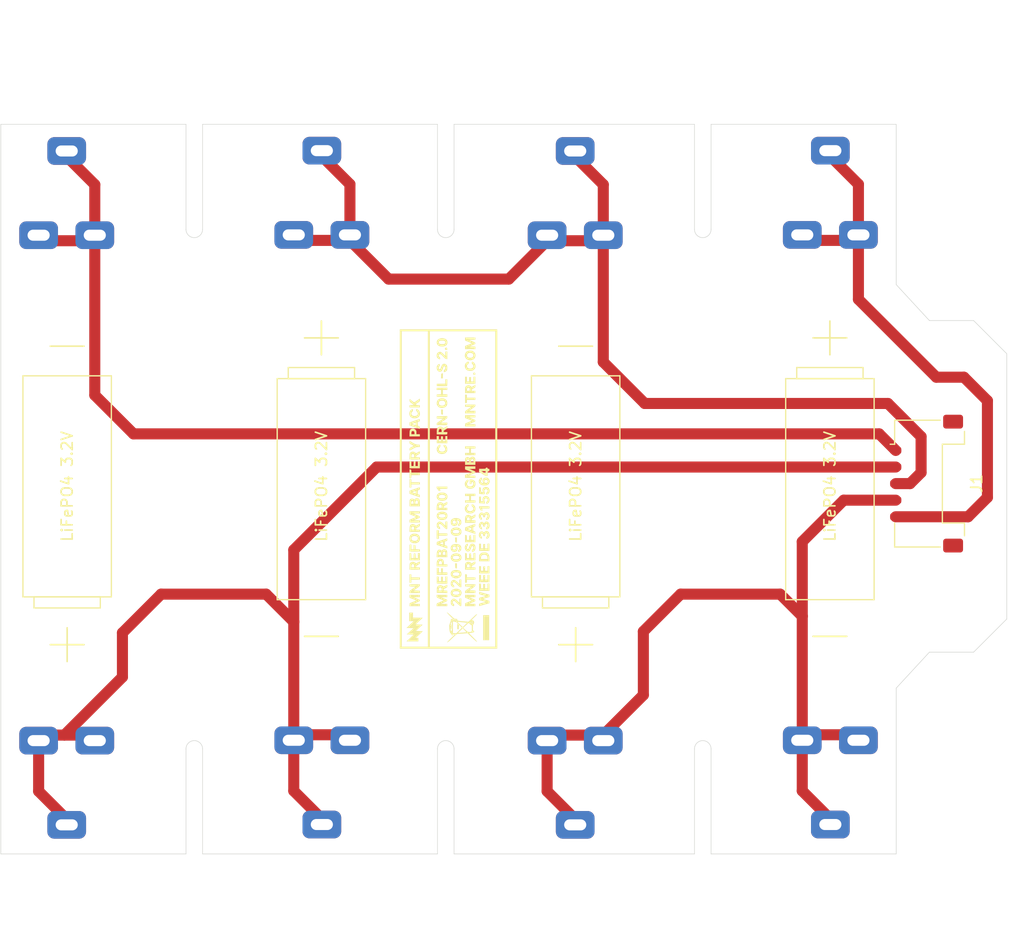
<source format=kicad_pcb>
(kicad_pcb (version 20171130) (host pcbnew 5.1.8+dfsg1-1+b1)

  (general
    (thickness 1.6)
    (drawings 41)
    (tracks 64)
    (zones 0)
    (modules 10)
    (nets 6)
  )

  (page A4)
  (layers
    (0 F.Cu signal)
    (31 B.Cu signal)
    (32 B.Adhes user)
    (33 F.Adhes user)
    (34 B.Paste user)
    (35 F.Paste user)
    (36 B.SilkS user)
    (37 F.SilkS user)
    (38 B.Mask user)
    (39 F.Mask user)
    (40 Dwgs.User user)
    (41 Cmts.User user)
    (42 Eco1.User user)
    (43 Eco2.User user)
    (44 Edge.Cuts user)
    (45 Margin user)
    (46 B.CrtYd user)
    (47 F.CrtYd user)
    (48 B.Fab user hide)
    (49 F.Fab user hide)
  )

  (setup
    (last_trace_width 0.25)
    (trace_clearance 0.2)
    (zone_clearance 0.508)
    (zone_45_only no)
    (trace_min 0.2)
    (via_size 0.8)
    (via_drill 0.4)
    (via_min_size 0.4)
    (via_min_drill 0.3)
    (uvia_size 0.3)
    (uvia_drill 0.1)
    (uvias_allowed no)
    (uvia_min_size 0.2)
    (uvia_min_drill 0.1)
    (edge_width 0.05)
    (segment_width 0.2)
    (pcb_text_width 0.3)
    (pcb_text_size 1.5 1.5)
    (mod_edge_width 0.12)
    (mod_text_size 1 1)
    (mod_text_width 0.15)
    (pad_size 1.524 1.524)
    (pad_drill 0.762)
    (pad_to_mask_clearance 0.051)
    (solder_mask_min_width 0.25)
    (aux_axis_origin 0 0)
    (visible_elements FFFFFF7F)
    (pcbplotparams
      (layerselection 0x010fc_ffffffff)
      (usegerberextensions false)
      (usegerberattributes false)
      (usegerberadvancedattributes false)
      (creategerberjobfile false)
      (excludeedgelayer true)
      (linewidth 0.100000)
      (plotframeref false)
      (viasonmask false)
      (mode 1)
      (useauxorigin false)
      (hpglpennumber 1)
      (hpglpenspeed 20)
      (hpglpendiameter 15.000000)
      (psnegative false)
      (psa4output false)
      (plotreference true)
      (plotvalue true)
      (plotinvisibletext false)
      (padsonsilk false)
      (subtractmaskfromsilk false)
      (outputformat 1)
      (mirror false)
      (drillshape 0)
      (scaleselection 1)
      (outputdirectory "reform2-batterypack-gerbers-r1"))
  )

  (net 0 "")
  (net 1 "Net-(J1-Pad5)")
  (net 2 "Net-(J1-Pad4)")
  (net 3 "Net-(J1-Pad3)")
  (net 4 "Net-(J1-Pad2)")
  (net 5 "Net-(J1-Pad1)")

  (net_class Default "This is the default net class."
    (clearance 0.2)
    (trace_width 0.25)
    (via_dia 0.8)
    (via_drill 0.4)
    (uvia_dia 0.3)
    (uvia_drill 0.1)
  )

  (net_class PWR ""
    (clearance 0.2)
    (trace_width 1.5)
    (via_dia 0.8)
    (via_drill 0.4)
    (uvia_dia 0.3)
    (uvia_drill 0.1)
    (add_net "Net-(J1-Pad1)")
    (add_net "Net-(J1-Pad2)")
    (add_net "Net-(J1-Pad3)")
    (add_net "Net-(J1-Pad4)")
    (add_net "Net-(J1-Pad5)")
  )

  (module reform2-batterypack:reform2-batterypack-badge (layer F.Cu) (tedit 0) (tstamp 5F12D14F)
    (at 136 120.5 90)
    (fp_text reference G*** (at 0 0 90) (layer F.SilkS) hide
      (effects (font (size 1.524 1.524) (thickness 0.3)))
    )
    (fp_text value LOGO (at 0.75 0 90) (layer F.SilkS) hide
      (effects (font (size 1.524 1.524) (thickness 0.3)))
    )
    (fp_poly (pts (xy -12.01017 2.041228) (xy -11.997775 2.078389) (xy -11.999537 2.095212) (xy -12.026247 2.148176)
      (xy -12.073366 2.170852) (xy -12.115765 2.155272) (xy -12.132788 2.112817) (xy -12.135555 2.083741)
      (xy -12.116722 2.042818) (xy -12.063037 2.032) (xy -12.01017 2.041228)) (layer F.SilkS) (width 0.01))
    (fp_poly (pts (xy 7.605889 -3.13236) (xy 7.761111 -3.32862) (xy 7.837032 -3.422695) (xy 7.891097 -3.48071)
      (xy 7.935707 -3.511465) (xy 7.983263 -3.523761) (xy 8.039733 -3.526329) (xy 8.096457 -3.527178)
      (xy 8.130056 -3.523132) (xy 8.138221 -3.506679) (xy 8.118643 -3.470308) (xy 8.069009 -3.406508)
      (xy 7.987011 -3.307768) (xy 7.964022 -3.280157) (xy 7.900624 -3.195543) (xy 7.862543 -3.127317)
      (xy 7.85594 -3.090448) (xy 7.87824 -3.050667) (xy 7.925322 -2.977237) (xy 7.989171 -2.882446)
      (xy 8.030382 -2.823013) (xy 8.189143 -2.596444) (xy 8.063109 -2.596444) (xy 7.998397 -2.598477)
      (xy 7.952622 -2.611159) (xy 7.912565 -2.644364) (xy 7.865009 -2.707966) (xy 7.817556 -2.779889)
      (xy 7.75931 -2.866584) (xy 7.712557 -2.931179) (xy 7.685716 -2.962168) (xy 7.683296 -2.963333)
      (xy 7.645977 -2.937764) (xy 7.614704 -2.871668) (xy 7.595672 -2.780961) (xy 7.592675 -2.7305)
      (xy 7.591778 -2.596444) (xy 7.394222 -2.596444) (xy 7.394222 -3.527778) (xy 7.589305 -3.527778)
      (xy 7.605889 -3.13236)) (layer F.SilkS) (width 0.01))
    (fp_poly (pts (xy 6.177892 -3.104443) (xy 6.228789 -2.956814) (xy 6.274057 -2.826069) (xy 6.310146 -2.722418)
      (xy 6.333505 -2.656071) (xy 6.339795 -2.638776) (xy 6.338501 -2.611086) (xy 6.299331 -2.598596)
      (xy 6.242319 -2.596444) (xy 6.16731 -2.601113) (xy 6.127131 -2.624865) (xy 6.100346 -2.682317)
      (xy 6.095578 -2.696501) (xy 6.062556 -2.796558) (xy 5.889726 -2.788223) (xy 5.794158 -2.782044)
      (xy 5.73977 -2.770095) (xy 5.711332 -2.744718) (xy 5.693611 -2.698256) (xy 5.690699 -2.688166)
      (xy 5.667623 -2.628258) (xy 5.63117 -2.602305) (xy 5.560667 -2.596459) (xy 5.553793 -2.596444)
      (xy 5.483509 -2.599473) (xy 5.456595 -2.614603) (xy 5.460062 -2.650897) (xy 5.462776 -2.659944)
      (xy 5.478801 -2.70833) (xy 5.509656 -2.79877) (xy 5.551484 -2.920056) (xy 5.580198 -3.002729)
      (xy 5.794634 -3.002729) (xy 5.798858 -2.976983) (xy 5.843711 -2.965186) (xy 5.898445 -2.963333)
      (xy 5.974374 -2.968005) (xy 6.003711 -2.984363) (xy 6.002255 -3.002729) (xy 5.984943 -3.053546)
      (xy 5.960259 -3.132094) (xy 5.952435 -3.157951) (xy 5.927161 -3.228779) (xy 5.904701 -3.269733)
      (xy 5.898445 -3.273778) (xy 5.879358 -3.249438) (xy 5.854204 -3.188246) (xy 5.844454 -3.157951)
      (xy 5.819209 -3.076174) (xy 5.798703 -3.013929) (xy 5.794634 -3.002729) (xy 5.580198 -3.002729)
      (xy 5.60043 -3.060979) (xy 5.62298 -3.125611) (xy 5.763494 -3.527778) (xy 6.032233 -3.527778)
      (xy 6.177892 -3.104443)) (layer F.SilkS) (width 0.01))
    (fp_poly (pts (xy 5.177071 -3.520765) (xy 5.297023 -3.497656) (xy 5.37936 -3.455345) (xy 5.432738 -3.390729)
      (xy 5.441394 -3.373344) (xy 5.476823 -3.239647) (xy 5.456989 -3.116671) (xy 5.382135 -3.005852)
      (xy 5.379156 -3.002844) (xy 5.316329 -2.946382) (xy 5.258528 -2.917741) (xy 5.181486 -2.907754)
      (xy 5.125156 -2.906889) (xy 4.967111 -2.906889) (xy 4.967111 -2.596444) (xy 4.769556 -2.596444)
      (xy 4.769556 -3.076222) (xy 4.967111 -3.076222) (xy 5.079349 -3.076222) (xy 5.164991 -3.085732)
      (xy 5.21845 -3.120521) (xy 5.235212 -3.142801) (xy 5.261743 -3.223654) (xy 5.243564 -3.299857)
      (xy 5.209059 -3.336845) (xy 5.162534 -3.350647) (xy 5.08727 -3.357771) (xy 5.072945 -3.358012)
      (xy 4.967111 -3.358444) (xy 4.967111 -3.076222) (xy 4.769556 -3.076222) (xy 4.769556 -3.527778)
      (xy 5.010846 -3.527778) (xy 5.177071 -3.520765)) (layer F.SilkS) (width 0.01))
    (fp_poly (pts (xy 4.303895 -3.525174) (xy 4.343319 -3.518668) (xy 4.346222 -3.516026) (xy 4.333156 -3.488228)
      (xy 4.29773 -3.421855) (xy 4.245602 -3.327331) (xy 4.192313 -3.232504) (xy 4.121599 -3.103894)
      (xy 4.075495 -3.007563) (xy 4.048405 -2.928107) (xy 4.034736 -2.850122) (xy 4.030035 -2.785645)
      (xy 4.021667 -2.610555) (xy 3.915833 -2.601796) (xy 3.81 -2.593037) (xy 3.81 -2.766893)
      (xy 3.807601 -2.848595) (xy 3.796996 -2.917715) (xy 3.773075 -2.989004) (xy 3.730725 -3.077215)
      (xy 3.664837 -3.197099) (xy 3.654778 -3.214894) (xy 3.59248 -3.326559) (xy 3.542109 -3.419964)
      (xy 3.509337 -3.484381) (xy 3.499556 -3.508408) (xy 3.524506 -3.52084) (xy 3.586365 -3.527376)
      (xy 3.605389 -3.527673) (xy 3.661485 -3.524734) (xy 3.701325 -3.508823) (xy 3.736766 -3.469098)
      (xy 3.779667 -3.394717) (xy 3.806024 -3.344229) (xy 3.854462 -3.255225) (xy 3.894536 -3.190052)
      (xy 3.918426 -3.161296) (xy 3.919911 -3.160889) (xy 3.940759 -3.184304) (xy 3.977997 -3.246043)
      (xy 4.024005 -3.333346) (xy 4.029457 -3.344333) (xy 4.077564 -3.439035) (xy 4.11329 -3.493812)
      (xy 4.14876 -3.519589) (xy 4.196099 -3.52729) (xy 4.23307 -3.527778) (xy 4.303895 -3.525174)) (layer F.SilkS) (width 0.01))
    (fp_poly (pts (xy 3.077709 -3.526917) (xy 3.161533 -3.522159) (xy 3.216813 -3.510243) (xy 3.257498 -3.487907)
      (xy 3.297536 -3.451889) (xy 3.304171 -3.445282) (xy 3.371187 -3.341589) (xy 3.390943 -3.221699)
      (xy 3.363089 -3.1008) (xy 3.313863 -3.022252) (xy 3.241059 -2.93573) (xy 3.327974 -2.783818)
      (xy 3.373558 -2.701494) (xy 3.405029 -2.639588) (xy 3.414889 -2.614176) (xy 3.389938 -2.602851)
      (xy 3.328076 -2.597008) (xy 3.309056 -2.596779) (xy 3.250962 -2.600348) (xy 3.209574 -2.618043)
      (xy 3.171807 -2.661017) (xy 3.124575 -2.740425) (xy 3.110394 -2.766112) (xy 3.054415 -2.860371)
      (xy 3.010241 -2.912725) (xy 2.968048 -2.933407) (xy 2.948116 -2.935111) (xy 2.909616 -2.931382)
      (xy 2.888829 -2.911365) (xy 2.880323 -2.861818) (xy 2.878667 -2.769497) (xy 2.878667 -2.596444)
      (xy 2.681111 -2.596444) (xy 2.681111 -3.358444) (xy 2.878667 -3.358444) (xy 2.878667 -3.104444)
      (xy 3.006272 -3.104444) (xy 3.090096 -3.10952) (xy 3.136907 -3.130096) (xy 3.164398 -3.17143)
      (xy 3.182175 -3.256708) (xy 3.150341 -3.318366) (xy 3.072127 -3.35262) (xy 3.004674 -3.358444)
      (xy 2.878667 -3.358444) (xy 2.681111 -3.358444) (xy 2.681111 -3.527778) (xy 2.951393 -3.527778)
      (xy 3.077709 -3.526917)) (layer F.SilkS) (width 0.01))
    (fp_poly (pts (xy 2.534819 -3.450166) (xy 2.527928 -3.411102) (xy 2.510247 -3.387441) (xy 2.469594 -3.374589)
      (xy 2.393788 -3.367952) (xy 2.307167 -3.364313) (xy 2.088445 -3.35607) (xy 2.088445 -3.163362)
      (xy 2.293056 -3.15507) (xy 2.398646 -3.149771) (xy 2.460451 -3.14116) (xy 2.491101 -3.124157)
      (xy 2.503228 -3.09368) (xy 2.506597 -3.069166) (xy 2.515527 -2.991555) (xy 2.088445 -2.991555)
      (xy 2.088445 -2.765778) (xy 2.54 -2.765778) (xy 2.54 -2.596444) (xy 1.890889 -2.596444)
      (xy 1.890889 -3.527778) (xy 2.543749 -3.527778) (xy 2.534819 -3.450166)) (layer F.SilkS) (width 0.01))
    (fp_poly (pts (xy 1.772819 -3.450166) (xy 1.762036 -3.402685) (xy 1.733404 -3.37816) (xy 1.671046 -3.367019)
      (xy 1.629833 -3.363954) (xy 1.495778 -3.355352) (xy 1.495778 -2.596444) (xy 1.27 -2.596444)
      (xy 1.27 -3.355352) (xy 1.135945 -3.363954) (xy 1.054168 -3.372281) (xy 1.012957 -3.389867)
      (xy 0.996433 -3.426288) (xy 0.992959 -3.450166) (xy 0.984029 -3.527778) (xy 1.781749 -3.527778)
      (xy 1.772819 -3.450166)) (layer F.SilkS) (width 0.01))
    (fp_poly (pts (xy 0.903111 -3.443111) (xy 0.900028 -3.39299) (xy 0.881073 -3.367997) (xy 0.831684 -3.359395)
      (xy 0.762 -3.358444) (xy 0.620889 -3.358444) (xy 0.620889 -2.596444) (xy 0.423333 -2.596444)
      (xy 0.423333 -3.358444) (xy 0.282222 -3.358444) (xy 0.198688 -3.360294) (xy 0.157032 -3.371667)
      (xy 0.142696 -3.4013) (xy 0.141111 -3.443111) (xy 0.141111 -3.527778) (xy 0.903111 -3.527778)
      (xy 0.903111 -3.443111)) (layer F.SilkS) (width 0.01))
    (fp_poly (pts (xy -0.006758 -3.125611) (xy 0.057045 -2.943857) (xy 0.104113 -2.808854) (xy 0.135344 -2.713731)
      (xy 0.151636 -2.651619) (xy 0.153888 -2.615648) (xy 0.142997 -2.59895) (xy 0.119861 -2.594655)
      (xy 0.085379 -2.595893) (xy 0.062429 -2.596444) (xy -0.011292 -2.601386) (xy -0.049489 -2.625447)
      (xy -0.072834 -2.682475) (xy -0.074477 -2.688166) (xy -0.091894 -2.738789) (xy -0.117548 -2.767079)
      (xy -0.166669 -2.780693) (xy -0.25449 -2.78729) (xy -0.273504 -2.788223) (xy -0.446334 -2.796558)
      (xy -0.479356 -2.696501) (xy -0.505996 -2.63186) (xy -0.542382 -2.603405) (xy -0.609951 -2.596521)
      (xy -0.626097 -2.596444) (xy -0.698781 -2.600881) (xy -0.726052 -2.617246) (xy -0.723572 -2.638776)
      (xy -0.709145 -2.679035) (xy -0.679946 -2.762471) (xy -0.639526 -2.878876) (xy -0.596724 -3.002729)
      (xy -0.386032 -3.002729) (xy -0.381809 -2.976983) (xy -0.336955 -2.965186) (xy -0.282222 -2.963333)
      (xy -0.206293 -2.968005) (xy -0.176956 -2.984363) (xy -0.178412 -3.002729) (xy -0.195724 -3.053546)
      (xy -0.220407 -3.132094) (xy -0.228232 -3.157951) (xy -0.253506 -3.228779) (xy -0.275966 -3.269733)
      (xy -0.282222 -3.273778) (xy -0.301309 -3.249438) (xy -0.326462 -3.188246) (xy -0.336212 -3.157951)
      (xy -0.361458 -3.076174) (xy -0.381963 -3.013929) (xy -0.386032 -3.002729) (xy -0.596724 -3.002729)
      (xy -0.591433 -3.018039) (xy -0.561669 -3.104443) (xy -0.416011 -3.527778) (xy -0.147271 -3.527778)
      (xy -0.006758 -3.125611)) (layer F.SilkS) (width 0.01))
    (fp_poly (pts (xy -1.137793 -3.526768) (xy -1.050243 -3.522029) (xy -0.993005 -3.510997) (xy -0.953021 -3.491107)
      (xy -0.917232 -3.459794) (xy -0.915939 -3.458505) (xy -0.857351 -3.36525) (xy -0.850889 -3.263675)
      (xy -0.896554 -3.167114) (xy -0.915939 -3.145495) (xy -0.954563 -3.100309) (xy -0.961612 -3.07706)
      (xy -0.958273 -3.076222) (xy -0.920341 -3.058048) (xy -0.874889 -3.019778) (xy -0.826324 -2.934933)
      (xy -0.818227 -2.832406) (xy -0.849611 -2.73282) (xy -0.891202 -2.678975) (xy -0.929556 -2.647678)
      (xy -0.973487 -2.626939) (xy -1.035904 -2.614013) (xy -1.129718 -2.606154) (xy -1.258091 -2.600931)
      (xy -1.552222 -2.591306) (xy -1.552222 -2.765778) (xy -1.326444 -2.765778) (xy -1.205089 -2.765778)
      (xy -1.121926 -2.773226) (xy -1.060922 -2.791852) (xy -1.049867 -2.799644) (xy -1.01841 -2.863867)
      (xy -1.030498 -2.931773) (xy -1.052678 -2.95864) (xy -1.102549 -2.982116) (xy -1.181905 -3.003318)
      (xy -1.2079 -3.008036) (xy -1.326444 -3.026992) (xy -1.326444 -2.765778) (xy -1.552222 -2.765778)
      (xy -1.552222 -3.157643) (xy -1.326444 -3.157643) (xy -1.209374 -3.166322) (xy -1.114899 -3.185806)
      (xy -1.061686 -3.223859) (xy -1.052027 -3.280999) (xy -1.092414 -3.330876) (xy -1.176461 -3.367406)
      (xy -1.222566 -3.377195) (xy -1.326444 -3.394052) (xy -1.326444 -3.157643) (xy -1.552222 -3.157643)
      (xy -1.552222 -3.527778) (xy -1.268717 -3.527778) (xy -1.137793 -3.526768)) (layer F.SilkS) (width 0.01))
    (fp_poly (pts (xy -2.003778 -2.596444) (xy -2.201333 -2.596444) (xy -2.203971 -3.203222) (xy -2.323993 -2.906889)
      (xy -2.378383 -2.776131) (xy -2.419169 -2.689336) (xy -2.452044 -2.637423) (xy -2.4827 -2.611313)
      (xy -2.515036 -2.602126) (xy -2.54766 -2.602282) (xy -2.575127 -2.617425) (xy -2.603276 -2.656342)
      (xy -2.637943 -2.727818) (xy -2.684968 -2.840639) (xy -2.702552 -2.884349) (xy -2.819048 -3.175)
      (xy -2.822222 -2.596444) (xy -3.019778 -2.596444) (xy -3.019778 -3.527778) (xy -2.771987 -3.527778)
      (xy -2.652161 -3.229632) (xy -2.603173 -3.114073) (xy -2.55986 -3.023502) (xy -2.527096 -2.967377)
      (xy -2.510288 -2.954466) (xy -2.490816 -2.988909) (xy -2.45588 -3.063484) (xy -2.411057 -3.165944)
      (xy -2.37767 -3.245555) (xy -2.267099 -3.513666) (xy -2.135439 -3.522268) (xy -2.003778 -3.53087)
      (xy -2.003778 -2.596444)) (layer F.SilkS) (width 0.01))
    (fp_poly (pts (xy -3.444189 -3.517126) (xy -3.311578 -3.483331) (xy -3.223037 -3.423636) (xy -3.174285 -3.335281)
      (xy -3.160889 -3.228715) (xy -3.176273 -3.143179) (xy -3.214672 -3.058063) (xy -3.264455 -2.995949)
      (xy -3.28839 -2.981157) (xy -3.307758 -2.965272) (xy -3.306163 -2.932728) (xy -3.280572 -2.872991)
      (xy -3.23056 -2.780182) (xy -3.127809 -2.596444) (xy -3.241472 -2.596444) (xy -3.303183 -2.599151)
      (xy -3.345494 -2.614715) (xy -3.381852 -2.654301) (xy -3.425701 -2.729074) (xy -3.445388 -2.765778)
      (xy -3.500607 -2.861079) (xy -3.544596 -2.913791) (xy -3.586622 -2.933915) (xy -3.602265 -2.935111)
      (xy -3.63923 -2.930979) (xy -3.659191 -2.90978) (xy -3.667345 -2.858306) (xy -3.668889 -2.765778)
      (xy -3.668889 -2.596444) (xy -3.866444 -2.596444) (xy -3.866444 -3.231444) (xy -3.668889 -3.231444)
      (xy -3.666729 -3.153407) (xy -3.652471 -3.116454) (xy -3.614449 -3.105224) (xy -3.572419 -3.104444)
      (xy -3.492523 -3.109314) (xy -3.432635 -3.121081) (xy -3.431308 -3.121575) (xy -3.396541 -3.163564)
      (xy -3.386667 -3.231444) (xy -3.396809 -3.301012) (xy -3.434497 -3.340228) (xy -3.510622 -3.356539)
      (xy -3.572419 -3.358444) (xy -3.631697 -3.355601) (xy -3.659767 -3.336831) (xy -3.668296 -3.286776)
      (xy -3.668889 -3.231444) (xy -3.866444 -3.231444) (xy -3.866444 -3.527778) (xy -3.625154 -3.527778)
      (xy -3.444189 -3.517126)) (layer F.SilkS) (width 0.01))
    (fp_poly (pts (xy -5.023555 -3.358444) (xy -5.446889 -3.358444) (xy -5.446889 -3.160889) (xy -5.051778 -3.160889)
      (xy -5.051778 -3.077512) (xy -5.053893 -3.033287) (xy -5.068589 -3.00771) (xy -5.108391 -2.994751)
      (xy -5.185825 -2.988378) (xy -5.242278 -2.985789) (xy -5.432778 -2.977444) (xy -5.449468 -2.596444)
      (xy -5.644444 -2.596444) (xy -5.644444 -3.527778) (xy -5.023555 -3.527778) (xy -5.023555 -3.358444)) (layer F.SilkS) (width 0.01))
    (fp_poly (pts (xy -5.790736 -3.450166) (xy -5.797628 -3.411102) (xy -5.815309 -3.387441) (xy -5.855962 -3.374589)
      (xy -5.931768 -3.367952) (xy -6.018389 -3.364313) (xy -6.237111 -3.35607) (xy -6.237111 -3.163362)
      (xy -6.0325 -3.15507) (xy -5.926881 -3.149737) (xy -5.865058 -3.141077) (xy -5.834407 -3.124084)
      (xy -5.822305 -3.093753) (xy -5.819081 -3.070438) (xy -5.816628 -3.031167) (xy -5.828225 -3.007816)
      (xy -5.865397 -2.995445) (xy -5.939663 -2.989118) (xy -6.016637 -2.985772) (xy -6.223 -2.977444)
      (xy -6.240518 -2.765778) (xy -5.785555 -2.765778) (xy -5.785555 -2.596444) (xy -6.434667 -2.596444)
      (xy -6.434667 -3.527778) (xy -5.781806 -3.527778) (xy -5.790736 -3.450166)) (layer F.SilkS) (width 0.01))
    (fp_poly (pts (xy -6.884735 -3.526917) (xy -6.800911 -3.522159) (xy -6.745631 -3.510243) (xy -6.704947 -3.487907)
      (xy -6.664908 -3.451889) (xy -6.658273 -3.445282) (xy -6.591257 -3.341589) (xy -6.571502 -3.221699)
      (xy -6.599355 -3.1008) (xy -6.648582 -3.022252) (xy -6.721386 -2.93573) (xy -6.634471 -2.783818)
      (xy -6.588886 -2.701494) (xy -6.557416 -2.639588) (xy -6.547555 -2.614176) (xy -6.572507 -2.602851)
      (xy -6.634369 -2.597008) (xy -6.653389 -2.596779) (xy -6.711483 -2.600348) (xy -6.752871 -2.618043)
      (xy -6.790638 -2.661017) (xy -6.83787 -2.740425) (xy -6.852051 -2.766112) (xy -6.90803 -2.860371)
      (xy -6.952204 -2.912725) (xy -6.994396 -2.933407) (xy -7.014329 -2.935111) (xy -7.052828 -2.931382)
      (xy -7.073615 -2.911365) (xy -7.082121 -2.861818) (xy -7.083777 -2.769497) (xy -7.083778 -2.765778)
      (xy -7.083778 -2.596444) (xy -7.281333 -2.596444) (xy -7.281333 -3.358444) (xy -7.083778 -3.358444)
      (xy -7.083778 -3.104444) (xy -6.956173 -3.104444) (xy -6.872348 -3.10952) (xy -6.825537 -3.130096)
      (xy -6.798047 -3.17143) (xy -6.780269 -3.256708) (xy -6.812103 -3.318366) (xy -6.890317 -3.35262)
      (xy -6.957771 -3.358444) (xy -7.083778 -3.358444) (xy -7.281333 -3.358444) (xy -7.281333 -3.527778)
      (xy -7.011051 -3.527778) (xy -6.884735 -3.526917)) (layer F.SilkS) (width 0.01))
    (fp_poly (pts (xy -7.704667 -3.443111) (xy -7.70775 -3.39299) (xy -7.726705 -3.367997) (xy -7.776094 -3.359395)
      (xy -7.845778 -3.358444) (xy -7.986889 -3.358444) (xy -7.986889 -2.596444) (xy -8.184444 -2.596444)
      (xy -8.184444 -3.358444) (xy -8.325555 -3.358444) (xy -8.40909 -3.360294) (xy -8.450745 -3.371667)
      (xy -8.465082 -3.4013) (xy -8.466667 -3.443111) (xy -8.466667 -3.527778) (xy -7.704667 -3.527778)
      (xy -7.704667 -3.443111)) (layer F.SilkS) (width 0.01))
    (fp_poly (pts (xy -9.257699 -3.524857) (xy -9.220561 -3.510881) (xy -9.181369 -3.478027) (xy -9.132044 -3.418473)
      (xy -9.064507 -3.324397) (xy -9.011584 -3.247691) (xy -8.819444 -2.967605) (xy -8.811402 -3.247691)
      (xy -8.803359 -3.527778) (xy -8.607778 -3.527778) (xy -8.607778 -2.592868) (xy -8.697555 -2.601712)
      (xy -8.740792 -2.611113) (xy -8.781925 -2.635511) (xy -8.829084 -2.683089) (xy -8.890398 -2.762028)
      (xy -8.972721 -2.878666) (xy -9.158111 -3.146778) (xy -9.172222 -2.878666) (xy -9.186333 -2.610555)
      (xy -9.292167 -2.601796) (xy -9.398 -2.593037) (xy -9.398 -3.527778) (xy -9.300862 -3.527778)
      (xy -9.257699 -3.524857)) (layer F.SilkS) (width 0.01))
    (fp_poly (pts (xy -10.323607 -3.513666) (xy -10.206526 -3.224715) (xy -10.157896 -3.108527) (xy -10.11563 -3.014592)
      (xy -10.084705 -2.95354) (xy -10.071039 -2.935437) (xy -10.049674 -2.958675) (xy -10.025492 -3.012722)
      (xy -10.001888 -3.075246) (xy -9.96366 -3.171376) (xy -9.918146 -3.282722) (xy -9.907209 -3.309055)
      (xy -9.816066 -3.527778) (xy -9.567333 -3.527778) (xy -9.567333 -2.596444) (xy -9.762914 -2.596444)
      (xy -9.779 -3.175) (xy -9.891889 -2.884653) (xy -9.942346 -2.757419) (xy -9.979151 -2.674337)
      (xy -10.008057 -2.626558) (xy -10.034818 -2.60523) (xy -10.065187 -2.601502) (xy -10.075333 -2.602431)
      (xy -10.108948 -2.612284) (xy -10.13933 -2.639358) (xy -10.172124 -2.692745) (xy -10.212975 -2.781536)
      (xy -10.264359 -2.906889) (xy -10.382828 -3.203222) (xy -10.385778 -2.596444) (xy -10.583333 -2.596444)
      (xy -10.583333 -3.53087) (xy -10.323607 -3.513666)) (layer F.SilkS) (width 0.01))
    (fp_poly (pts (xy 7.016395 -3.511638) (xy 7.131112 -3.432148) (xy 7.203835 -3.328216) (xy 7.253337 -3.231444)
      (xy 7.148085 -3.222306) (xy 7.076377 -3.223739) (xy 7.035319 -3.239359) (xy 7.032563 -3.243976)
      (xy 6.983577 -3.311498) (xy 6.903021 -3.350316) (xy 6.809717 -3.357153) (xy 6.722489 -3.328732)
      (xy 6.690241 -3.303574) (xy 6.647032 -3.237618) (xy 6.617445 -3.152932) (xy 6.616579 -3.148537)
      (xy 6.610656 -3.017519) (xy 6.640003 -2.907977) (xy 6.696681 -2.8261) (xy 6.772745 -2.778077)
      (xy 6.860255 -2.770097) (xy 6.951269 -2.80835) (xy 6.999111 -2.850444) (xy 7.069303 -2.905097)
      (xy 7.14489 -2.934038) (xy 7.208357 -2.932746) (xy 7.236085 -2.911605) (xy 7.233943 -2.873437)
      (xy 7.210256 -2.808781) (xy 7.202473 -2.79262) (xy 7.120424 -2.688976) (xy 7.002658 -2.618556)
      (xy 6.862602 -2.586822) (xy 6.722101 -2.597263) (xy 6.592515 -2.653353) (xy 6.493895 -2.752828)
      (xy 6.430486 -2.889354) (xy 6.406535 -3.056596) (xy 6.406445 -3.068205) (xy 6.428205 -3.238631)
      (xy 6.49025 -3.376752) (xy 6.587722 -3.477519) (xy 6.715766 -3.535887) (xy 6.867158 -3.547011)
      (xy 7.016395 -3.511638)) (layer F.SilkS) (width 0.01))
    (fp_poly (pts (xy -4.299247 -3.519101) (xy -4.17384 -3.452378) (xy -4.085201 -3.344185) (xy -4.035644 -3.196982)
      (xy -4.025471 -3.079976) (xy -4.046303 -2.908994) (xy -4.107767 -2.768635) (xy -4.203938 -2.664213)
      (xy -4.328896 -2.601038) (xy -4.476718 -2.584423) (xy -4.564237 -2.596741) (xy -4.707546 -2.652274)
      (xy -4.809935 -2.74569) (xy -4.872188 -2.878093) (xy -4.89509 -3.050584) (xy -4.895229 -3.062111)
      (xy -4.894253 -3.070777) (xy -4.689073 -3.070777) (xy -4.675997 -2.953262) (xy -4.633992 -2.856875)
      (xy -4.615616 -2.83505) (xy -4.520311 -2.776466) (xy -4.410078 -2.76976) (xy -4.361598 -2.783309)
      (xy -4.300234 -2.834386) (xy -4.257828 -2.922727) (xy -4.236706 -3.031656) (xy -4.239189 -3.144498)
      (xy -4.2676 -3.244581) (xy -4.291826 -3.284083) (xy -4.371793 -3.345142) (xy -4.468799 -3.362663)
      (xy -4.563963 -3.336645) (xy -4.626396 -3.284083) (xy -4.67271 -3.188144) (xy -4.689073 -3.070777)
      (xy -4.894253 -3.070777) (xy -4.875489 -3.237273) (xy -4.81534 -3.375063) (xy -4.716941 -3.473104)
      (xy -4.582451 -3.529022) (xy -4.459111 -3.541889) (xy -4.299247 -3.519101)) (layer F.SilkS) (width 0.01))
    (fp_poly (pts (xy -12.247798 -3.471333) (xy -11.940077 -3.146778) (xy -11.939039 -3.351389) (xy -11.938 -3.556)
      (xy -11.176 -3.556) (xy -11.176 -3.217333) (xy -11.626122 -3.217333) (xy -11.633894 -2.778622)
      (xy -11.641667 -2.339911) (xy -11.923889 -2.649354) (xy -12.024271 -2.758143) (xy -12.111711 -2.850507)
      (xy -12.179039 -2.919056) (xy -12.219085 -2.956401) (xy -12.226353 -2.961065) (xy -12.23519 -2.935706)
      (xy -12.243619 -2.865228) (xy -12.250595 -2.760955) (xy -12.254576 -2.655234) (xy -12.262555 -2.347134)
      (xy -12.544778 -2.657178) (xy -12.827 -2.967223) (xy -12.855222 -2.333529) (xy -13.157645 -2.655487)
      (xy -13.460069 -2.977444) (xy -13.461034 -2.8575) (xy -13.462 -2.737555) (xy -13.772444 -2.737555)
      (xy -13.771739 -3.266722) (xy -13.771033 -3.795889) (xy -13.653915 -3.668889) (xy -13.54245 -3.548916)
      (xy -13.433816 -3.433587) (xy -13.334893 -3.330035) (xy -13.252564 -3.245397) (xy -13.193709 -3.186806)
      (xy -13.165212 -3.161398) (xy -13.163942 -3.160889) (xy -13.158991 -3.187193) (xy -13.153695 -3.258456)
      (xy -13.148748 -3.363202) (xy -13.145424 -3.466644) (xy -13.137444 -3.772399) (xy -12.855222 -3.465728)
      (xy -12.573 -3.159056) (xy -12.564259 -3.477472) (xy -12.555519 -3.795889) (xy -12.247798 -3.471333)) (layer F.SilkS) (width 0.01))
    (fp_poly (pts (xy 10.237611 -0.671465) (xy 10.347544 -0.666471) (xy 10.413243 -0.658688) (xy 10.44689 -0.643519)
      (xy 10.460667 -0.616372) (xy 10.465264 -0.585611) (xy 10.474194 -0.508) (xy 10.018889 -0.508)
      (xy 10.018889 -0.679707) (xy 10.237611 -0.671465)) (layer F.SilkS) (width 0.01))
    (fp_poly (pts (xy 7.196667 -0.508) (xy 6.741362 -0.508) (xy 6.750292 -0.585611) (xy 6.757184 -0.624675)
      (xy 6.774865 -0.648336) (xy 6.815517 -0.661188) (xy 6.891324 -0.667825) (xy 6.977945 -0.671465)
      (xy 7.196667 -0.679707) (xy 7.196667 -0.508)) (layer F.SilkS) (width 0.01))
    (fp_poly (pts (xy 12.744877 -0.304951) (xy 12.766547 -0.284663) (xy 12.80599 -0.232635) (xy 12.802393 -0.188201)
      (xy 12.79554 -0.175997) (xy 12.748328 -0.137519) (xy 12.681494 -0.116966) (xy 12.622258 -0.120925)
      (xy 12.607222 -0.130408) (xy 12.58604 -0.185908) (xy 12.59853 -0.254) (xy 12.638668 -0.307146)
      (xy 12.646994 -0.312284) (xy 12.698434 -0.328188) (xy 12.744877 -0.304951)) (layer F.SilkS) (width 0.01))
    (fp_poly (pts (xy 12.160514 -1.064691) (xy 12.265152 -1.027098) (xy 12.350372 -0.96067) (xy 12.404535 -0.867339)
      (xy 12.417778 -0.782156) (xy 12.413497 -0.725429) (xy 12.395611 -0.674183) (xy 12.356556 -0.616148)
      (xy 12.288768 -0.539052) (xy 12.229703 -0.477034) (xy 12.041629 -0.282222) (xy 12.446 -0.282222)
      (xy 12.446 -0.112889) (xy 11.768667 -0.112889) (xy 11.768667 -0.190493) (xy 11.778296 -0.235874)
      (xy 11.81146 -0.290547) (xy 11.874579 -0.362714) (xy 11.974068 -0.460573) (xy 11.996787 -0.481974)
      (xy 12.098791 -0.579736) (xy 12.164762 -0.649796) (xy 12.201476 -0.701243) (xy 12.215705 -0.743167)
      (xy 12.21551 -0.775468) (xy 12.193612 -0.843887) (xy 12.16109 -0.883254) (xy 12.092367 -0.899524)
      (xy 12.017586 -0.882098) (xy 11.962339 -0.83892) (xy 11.95209 -0.818379) (xy 11.921213 -0.77686)
      (xy 11.85494 -0.762327) (xy 11.83732 -0.762) (xy 11.772502 -0.763932) (xy 11.746598 -0.778897)
      (xy 11.753417 -0.820644) (xy 11.780555 -0.888032) (xy 11.846478 -0.985119) (xy 11.939538 -1.045636)
      (xy 12.048096 -1.071515) (xy 12.160514 -1.064691)) (layer F.SilkS) (width 0.01))
    (fp_poly (pts (xy 11.074059 -1.060789) (xy 11.161309 -1.027278) (xy 11.241786 -0.968536) (xy 11.299025 -0.899331)
      (xy 11.317111 -0.842818) (xy 11.294872 -0.80359) (xy 11.240109 -0.789358) (xy 11.170752 -0.799818)
      (xy 11.104735 -0.834663) (xy 11.091333 -0.846666) (xy 11.01708 -0.892177) (xy 10.936675 -0.899601)
      (xy 10.871454 -0.867468) (xy 10.866681 -0.862133) (xy 10.838073 -0.806133) (xy 10.855344 -0.757085)
      (xy 10.92191 -0.711211) (xy 11.04119 -0.664729) (xy 11.046832 -0.662892) (xy 11.17655 -0.613599)
      (xy 11.261292 -0.560665) (xy 11.312266 -0.495049) (xy 11.335645 -0.429841) (xy 11.333659 -0.335439)
      (xy 11.291931 -0.23977) (xy 11.221658 -0.165891) (xy 11.201649 -0.153891) (xy 11.11925 -0.12925)
      (xy 11.006549 -0.11681) (xy 10.888529 -0.117396) (xy 10.790171 -0.131829) (xy 10.766778 -0.139569)
      (xy 10.673798 -0.20551) (xy 10.609146 -0.30698) (xy 10.596584 -0.345722) (xy 10.588103 -0.397599)
      (xy 10.607514 -0.418998) (xy 10.668499 -0.423323) (xy 10.675806 -0.423333) (xy 10.75944 -0.409563)
      (xy 10.815271 -0.360651) (xy 10.820627 -0.352778) (xy 10.879221 -0.300741) (xy 10.955179 -0.278751)
      (xy 11.031707 -0.285098) (xy 11.09201 -0.318073) (xy 11.11929 -0.375965) (xy 11.119556 -0.383207)
      (xy 11.112883 -0.420135) (xy 11.085333 -0.448715) (xy 11.025606 -0.476193) (xy 10.9224 -0.509815)
      (xy 10.92185 -0.509982) (xy 10.773229 -0.566375) (xy 10.676441 -0.631676) (xy 10.627038 -0.71046)
      (xy 10.620577 -0.807305) (xy 10.622165 -0.818435) (xy 10.665629 -0.926395) (xy 10.751244 -1.007781)
      (xy 10.868809 -1.057123) (xy 11.008125 -1.068949) (xy 11.074059 -1.060789)) (layer F.SilkS) (width 0.01))
    (fp_poly (pts (xy 9.532852 -0.670278) (xy 9.540704 -0.282222) (xy 9.934222 -0.282222) (xy 9.934222 -0.112889)
      (xy 9.637003 -0.112889) (xy 9.491088 -0.115107) (xy 9.394827 -0.12228) (xy 9.341585 -0.135186)
      (xy 9.325792 -0.149351) (xy 9.321435 -0.189072) (xy 9.318658 -0.274514) (xy 9.317602 -0.394971)
      (xy 9.318405 -0.539739) (xy 9.319622 -0.622074) (xy 9.327445 -1.058333) (xy 9.525 -1.058333)
      (xy 9.532852 -0.670278)) (layer F.SilkS) (width 0.01))
    (fp_poly (pts (xy 9.158111 -1.058333) (xy 9.173587 -0.112889) (xy 8.974667 -0.112889) (xy 8.974667 -0.508)
      (xy 8.579556 -0.508) (xy 8.579556 -0.112889) (xy 8.352413 -0.112889) (xy 8.367889 -1.058333)
      (xy 8.565445 -1.058333) (xy 8.582135 -0.677333) (xy 8.974667 -0.677333) (xy 8.974667 -1.076021)
      (xy 9.158111 -1.058333)) (layer F.SilkS) (width 0.01))
    (fp_poly (pts (xy 7.806031 -1.065951) (xy 7.963271 -1.030353) (xy 8.083363 -0.952702) (xy 8.165025 -0.834533)
      (xy 8.206973 -0.677377) (xy 8.212667 -0.579944) (xy 8.198003 -0.42688) (xy 8.149279 -0.305777)
      (xy 8.059399 -0.199007) (xy 8.059214 -0.198835) (xy 7.967104 -0.145683) (xy 7.844686 -0.117951)
      (xy 7.71264 -0.116845) (xy 7.591646 -0.143574) (xy 7.540469 -0.168554) (xy 7.448104 -0.257176)
      (xy 7.382541 -0.3809) (xy 7.346692 -0.523691) (xy 7.345963 -0.556696) (xy 7.550892 -0.556696)
      (xy 7.57419 -0.442671) (xy 7.625928 -0.355325) (xy 7.699033 -0.301367) (xy 7.786434 -0.287505)
      (xy 7.881062 -0.320449) (xy 7.921815 -0.350334) (xy 7.967066 -0.395901) (xy 7.990899 -0.445735)
      (xy 7.999931 -0.519635) (xy 8.001 -0.58726) (xy 7.989106 -0.723297) (xy 7.950785 -0.812957)
      (xy 7.882082 -0.861641) (xy 7.790353 -0.874889) (xy 7.681338 -0.858754) (xy 7.610032 -0.805258)
      (xy 7.567011 -0.706759) (xy 7.563104 -0.690689) (xy 7.550892 -0.556696) (xy 7.345963 -0.556696)
      (xy 7.343467 -0.669514) (xy 7.375776 -0.802334) (xy 7.413347 -0.869004) (xy 7.527404 -0.987591)
      (xy 7.655895 -1.052677) (xy 7.802701 -1.066208) (xy 7.806031 -1.065951)) (layer F.SilkS) (width 0.01))
    (fp_poly (pts (xy 5.957187 -1.055092) (xy 5.994595 -1.023113) (xy 6.04296 -0.963731) (xy 6.109754 -0.869473)
      (xy 6.167579 -0.784505) (xy 6.364111 -0.493889) (xy 6.392333 -1.058333) (xy 6.589889 -1.058333)
      (xy 6.605365 -0.112889) (xy 6.509856 -0.112889) (xy 6.467555 -0.115919) (xy 6.430785 -0.130193)
      (xy 6.391634 -0.163479) (xy 6.342194 -0.223551) (xy 6.274556 -0.31818) (xy 6.219896 -0.397781)
      (xy 6.025445 -0.682673) (xy 6.009359 -0.112889) (xy 5.910683 -0.112889) (xy 5.840608 -0.122361)
      (xy 5.799925 -0.145663) (xy 5.798014 -0.149351) (xy 5.793657 -0.189072) (xy 5.790881 -0.274514)
      (xy 5.789824 -0.394971) (xy 5.790627 -0.539739) (xy 5.791844 -0.622074) (xy 5.799667 -1.058333)
      (xy 5.885357 -1.066727) (xy 5.923265 -1.06714) (xy 5.957187 -1.055092)) (layer F.SilkS) (width 0.01))
    (fp_poly (pts (xy 5.34822 -1.05064) (xy 5.472013 -1.025248) (xy 5.559129 -0.978694) (xy 5.618541 -0.90751)
      (xy 5.630979 -0.883652) (xy 5.663292 -0.758636) (xy 5.644222 -0.639262) (xy 5.575807 -0.538033)
      (xy 5.574355 -0.53666) (xy 5.50513 -0.471626) (xy 5.605438 -0.292257) (xy 5.705747 -0.112889)
      (xy 5.592339 -0.112889) (xy 5.530802 -0.11567) (xy 5.488217 -0.13139) (xy 5.451093 -0.171111)
      (xy 5.405938 -0.245898) (xy 5.385841 -0.282222) (xy 5.32779 -0.378844) (xy 5.281418 -0.432033)
      (xy 5.238143 -0.451041) (xy 5.228708 -0.451555) (xy 5.193139 -0.447006) (xy 5.173928 -0.424581)
      (xy 5.166098 -0.371121) (xy 5.164667 -0.282222) (xy 5.164667 -0.112889) (xy 5.065003 -0.112889)
      (xy 4.99426 -0.122302) (xy 4.953319 -0.145567) (xy 4.951348 -0.149351) (xy 4.946991 -0.189072)
      (xy 4.944214 -0.274514) (xy 4.943157 -0.394971) (xy 4.943961 -0.539739) (xy 4.94516 -0.620889)
      (xy 5.164667 -0.620889) (xy 5.271911 -0.620889) (xy 5.350929 -0.629313) (xy 5.407286 -0.650056)
      (xy 5.413022 -0.654755) (xy 5.442593 -0.716069) (xy 5.44094 -0.789096) (xy 5.411611 -0.840685)
      (xy 5.361683 -0.864932) (xy 5.284625 -0.886783) (xy 5.2705 -0.889615) (xy 5.164667 -0.909393)
      (xy 5.164667 -0.620889) (xy 4.94516 -0.620889) (xy 4.945178 -0.622074) (xy 4.953 -1.058333)
      (xy 5.178778 -1.058333) (xy 5.34822 -1.05064)) (layer F.SilkS) (width 0.01))
    (fp_poly (pts (xy 4.797778 -0.874889) (xy 4.374445 -0.874889) (xy 4.374445 -0.677333) (xy 4.769556 -0.677333)
      (xy 4.769556 -0.508) (xy 4.374445 -0.508) (xy 4.374445 -0.282222) (xy 4.797778 -0.282222)
      (xy 4.797778 -0.112889) (xy 4.147302 -0.112889) (xy 4.162778 -1.058333) (xy 4.797778 -1.074293)
      (xy 4.797778 -0.874889)) (layer F.SilkS) (width 0.01))
    (fp_poly (pts (xy 3.79927 -1.028059) (xy 3.91403 -0.948321) (xy 3.986502 -0.84466) (xy 4.036004 -0.747889)
      (xy 3.935533 -0.739035) (xy 3.854984 -0.742642) (xy 3.798283 -0.779068) (xy 3.77815 -0.802535)
      (xy 3.703153 -0.858121) (xy 3.608084 -0.877457) (xy 3.514798 -0.859379) (xy 3.458259 -0.81959)
      (xy 3.418075 -0.743313) (xy 3.395335 -0.636526) (xy 3.392796 -0.523216) (xy 3.413179 -0.427462)
      (xy 3.475766 -0.338044) (xy 3.562797 -0.292537) (xy 3.660643 -0.293181) (xy 3.755674 -0.342214)
      (xy 3.781778 -0.366889) (xy 3.850122 -0.421856) (xy 3.919471 -0.450049) (xy 3.975807 -0.449268)
      (xy 4.00511 -0.417311) (xy 4.006556 -0.402166) (xy 3.978248 -0.294659) (xy 3.903782 -0.206763)
      (xy 3.791837 -0.144739) (xy 3.651098 -0.114843) (xy 3.60547 -0.113075) (xy 3.506475 -0.116825)
      (xy 3.438287 -0.134583) (xy 3.375463 -0.175689) (xy 3.331927 -0.213484) (xy 3.253358 -0.298361)
      (xy 3.208701 -0.390261) (xy 3.191154 -0.460428) (xy 3.177907 -0.635463) (xy 3.208711 -0.789143)
      (xy 3.278659 -0.915013) (xy 3.382842 -1.006614) (xy 3.516351 -1.057488) (xy 3.649825 -1.063837)
      (xy 3.79927 -1.028059)) (layer F.SilkS) (width 0.01))
    (fp_poly (pts (xy 0.225778 -0.112889) (xy 0.028222 -0.112889) (xy 0.028222 -0.454575) (xy 0.027615 -0.598036)
      (xy 0.02491 -0.693678) (xy 0.018783 -0.750123) (xy 0.007908 -0.775991) (xy -0.00904 -0.779904)
      (xy -0.021167 -0.775928) (xy -0.104567 -0.744939) (xy -0.149161 -0.741699) (xy -0.166754 -0.768973)
      (xy -0.169333 -0.810623) (xy -0.153753 -0.882184) (xy -0.097231 -0.926864) (xy -0.09294 -0.928858)
      (xy -0.02284 -0.973345) (xy 0.021549 -1.018055) (xy 0.082907 -1.061966) (xy 0.142711 -1.072444)
      (xy 0.225778 -1.072444) (xy 0.225778 -0.112889)) (layer F.SilkS) (width 0.01))
    (fp_poly (pts (xy -1.7145 -1.071771) (xy -1.518086 -1.060202) (xy -1.370587 -1.02571) (xy -1.268407 -0.966074)
      (xy -1.207951 -0.879075) (xy -1.185623 -0.762493) (xy -1.185333 -0.745032) (xy -1.194828 -0.64777)
      (xy -1.230188 -0.576997) (xy -1.260209 -0.543447) (xy -1.335085 -0.468571) (xy -1.253154 -0.314264)
      (xy -1.208481 -0.229246) (xy -1.175082 -0.16405) (xy -1.161815 -0.136422) (xy -1.180424 -0.12157)
      (xy -1.238354 -0.113422) (xy -1.261134 -0.112889) (xy -1.320481 -0.116007) (xy -1.362256 -0.132757)
      (xy -1.399683 -0.174236) (xy -1.445986 -0.251538) (xy -1.462952 -0.282222) (xy -1.519262 -0.376855)
      (xy -1.563743 -0.42941) (xy -1.606059 -0.450002) (xy -1.624688 -0.451555) (xy -1.66275 -0.447717)
      (xy -1.683302 -0.427379) (xy -1.691708 -0.377307) (xy -1.693333 -0.284267) (xy -1.693333 -0.112889)
      (xy -1.890889 -0.112889) (xy -1.890889 -0.746223) (xy -1.693333 -0.746223) (xy -1.693333 -0.620889)
      (xy -1.565728 -0.620889) (xy -1.481904 -0.625965) (xy -1.435093 -0.64654) (xy -1.407602 -0.687874)
      (xy -1.393541 -0.771836) (xy -1.430426 -0.838752) (xy -1.513652 -0.881576) (xy -1.537826 -0.887084)
      (xy -1.623596 -0.896183) (xy -1.670832 -0.876177) (xy -1.690357 -0.817264) (xy -1.693333 -0.746223)
      (xy -1.890889 -0.746223) (xy -1.890889 -1.072444) (xy -1.7145 -1.071771)) (layer F.SilkS) (width 0.01))
    (fp_poly (pts (xy -3.172033 -1.055581) (xy -3.108891 -1.042301) (xy -3.060676 -1.010954) (xy -3.017463 -0.966166)
      (xy -2.956678 -0.881613) (xy -2.933728 -0.799566) (xy -2.950701 -0.712172) (xy -3.009683 -0.611578)
      (xy -3.112762 -0.489932) (xy -3.156159 -0.4445) (xy -3.314344 -0.282222) (xy -2.935111 -0.282222)
      (xy -2.935111 -0.112889) (xy -3.273778 -0.112889) (xy -3.416457 -0.113213) (xy -3.5121 -0.115431)
      (xy -3.570112 -0.121406) (xy -3.599902 -0.133003) (xy -3.610877 -0.152088) (xy -3.612444 -0.180026)
      (xy -3.593151 -0.235358) (xy -3.533256 -0.313873) (xy -3.429733 -0.419464) (xy -3.417449 -0.431112)
      (xy -3.295709 -0.549136) (xy -3.212784 -0.638869) (xy -3.163843 -0.707815) (xy -3.144056 -0.763475)
      (xy -3.148592 -0.813351) (xy -3.157088 -0.835484) (xy -3.191769 -0.885534) (xy -3.245988 -0.89976)
      (xy -3.281036 -0.897828) (xy -3.363717 -0.871369) (xy -3.400414 -0.8255) (xy -3.438673 -0.778187)
      (xy -3.507827 -0.762278) (xy -3.523418 -0.762) (xy -3.586817 -0.765854) (xy -3.607679 -0.786801)
      (xy -3.599832 -0.838914) (xy -3.599663 -0.839611) (xy -3.566094 -0.914838) (xy -3.511738 -0.987327)
      (xy -3.511295 -0.987778) (xy -3.461876 -1.028761) (xy -3.404169 -1.050159) (xy -3.318269 -1.057812)
      (xy -3.270821 -1.058333) (xy -3.172033 -1.055581)) (layer F.SilkS) (width 0.01))
    (fp_poly (pts (xy -3.725333 -0.874889) (xy -4.007555 -0.874889) (xy -4.007555 -0.112889) (xy -4.205111 -0.112889)
      (xy -4.205111 -0.874889) (xy -4.487333 -0.874889) (xy -4.487333 -1.072444) (xy -3.725333 -1.072444)
      (xy -3.725333 -0.874889)) (layer F.SilkS) (width 0.01))
    (fp_poly (pts (xy -4.833266 -1.063498) (xy -4.780729 -1.040861) (xy -4.77879 -1.038564) (xy -4.762448 -1.003249)
      (xy -4.732195 -0.925758) (xy -4.691967 -0.817277) (xy -4.645698 -0.688999) (xy -4.597325 -0.552111)
      (xy -4.550783 -0.417803) (xy -4.510005 -0.297266) (xy -4.478929 -0.201687) (xy -4.461488 -0.142258)
      (xy -4.459111 -0.129574) (xy -4.484107 -0.118947) (xy -4.546253 -0.113214) (xy -4.567533 -0.112889)
      (xy -4.637782 -0.117313) (xy -4.675953 -0.140949) (xy -4.701635 -0.199345) (xy -4.709777 -0.225778)
      (xy -4.743599 -0.338666) (xy -5.071065 -0.338666) (xy -5.104888 -0.225778) (xy -5.130553 -0.154064)
      (xy -5.162939 -0.121698) (xy -5.22193 -0.113138) (xy -5.249325 -0.112889) (xy -5.35994 -0.112889)
      (xy -5.234879 -0.479778) (xy -5.020129 -0.479778) (xy -4.908954 -0.479778) (xy -4.830053 -0.488053)
      (xy -4.800059 -0.511726) (xy -4.799965 -0.515055) (xy -4.81114 -0.572976) (xy -4.834618 -0.645011)
      (xy -4.863854 -0.716045) (xy -4.892303 -0.770964) (xy -4.913419 -0.794652) (xy -4.919126 -0.790222)
      (xy -4.936253 -0.739352) (xy -4.962736 -0.658364) (xy -4.9771 -0.613833) (xy -5.020129 -0.479778)
      (xy -5.234879 -0.479778) (xy -5.198803 -0.585611) (xy -5.037667 -1.058333) (xy -4.922337 -1.066786)
      (xy -4.833266 -1.063498)) (layer F.SilkS) (width 0.01))
    (fp_poly (pts (xy -5.976055 -1.071771) (xy -5.780787 -1.060291) (xy -5.635592 -1.026725) (xy -5.538098 -0.969852)
      (xy -5.485934 -0.888453) (xy -5.475111 -0.814035) (xy -5.49948 -0.723577) (xy -5.544384 -0.661939)
      (xy -5.581916 -0.61574) (xy -5.581909 -0.593375) (xy -5.57698 -0.592666) (xy -5.519418 -0.567335)
      (xy -5.470608 -0.502788) (xy -5.441837 -0.4162) (xy -5.438531 -0.382005) (xy -5.452669 -0.287763)
      (xy -5.509064 -0.207197) (xy -5.512414 -0.203813) (xy -5.55169 -0.168378) (xy -5.593181 -0.145273)
      (xy -5.650323 -0.131252) (xy -5.736555 -0.123072) (xy -5.865313 -0.11749) (xy -5.870807 -0.1173)
      (xy -6.152444 -0.107599) (xy -6.152444 -0.409222) (xy -5.954889 -0.409222) (xy -5.954889 -0.282222)
      (xy -5.833533 -0.282222) (xy -5.750371 -0.289671) (xy -5.689366 -0.308297) (xy -5.678311 -0.316089)
      (xy -5.64598 -0.378426) (xy -5.660617 -0.441459) (xy -5.713784 -0.495096) (xy -5.797045 -0.529249)
      (xy -5.862391 -0.536222) (xy -5.919235 -0.53313) (xy -5.946154 -0.513618) (xy -5.954329 -0.462335)
      (xy -5.954889 -0.409222) (xy -6.152444 -0.409222) (xy -6.152444 -0.790222) (xy -5.954889 -0.790222)
      (xy -5.952111 -0.717963) (xy -5.933248 -0.685855) (xy -5.882505 -0.677604) (xy -5.845456 -0.677333)
      (xy -5.764166 -0.687518) (xy -5.707368 -0.71294) (xy -5.702013 -0.718312) (xy -5.675846 -0.781419)
      (xy -5.698676 -0.837829) (xy -5.763059 -0.880294) (xy -5.86155 -0.901564) (xy -5.891389 -0.902726)
      (xy -5.932506 -0.895529) (xy -5.950765 -0.862963) (xy -5.954889 -0.790222) (xy -6.152444 -0.790222)
      (xy -6.152444 -1.072444) (xy -5.976055 -1.071771)) (layer F.SilkS) (width 0.01))
    (fp_poly (pts (xy -6.513642 -1.038363) (xy -6.39507 -0.977249) (xy -6.320773 -0.887167) (xy -6.293624 -0.769634)
      (xy -6.293555 -0.762769) (xy -6.312217 -0.620388) (xy -6.369521 -0.517856) (xy -6.467446 -0.45335)
      (xy -6.607971 -0.425044) (xy -6.661772 -0.423333) (xy -6.801555 -0.423333) (xy -6.801555 -0.112889)
      (xy -7.000476 -0.112889) (xy -6.992623 -0.592666) (xy -6.804505 -0.592666) (xy -6.692157 -0.592666)
      (xy -6.603482 -0.604107) (xy -6.539676 -0.633169) (xy -6.53546 -0.637016) (xy -6.492302 -0.709952)
      (xy -6.498495 -0.781584) (xy -6.547787 -0.840894) (xy -6.633926 -0.876868) (xy -6.674555 -0.882099)
      (xy -6.787444 -0.889) (xy -6.795975 -0.740833) (xy -6.804505 -0.592666) (xy -6.992623 -0.592666)
      (xy -6.985 -1.058333) (xy -6.872111 -1.067635) (xy -6.673613 -1.068997) (xy -6.513642 -1.038363)) (layer F.SilkS) (width 0.01))
    (fp_poly (pts (xy -7.126111 -0.889) (xy -7.535333 -0.872416) (xy -7.535333 -0.677333) (xy -7.168444 -0.677333)
      (xy -7.168444 -0.508) (xy -7.535333 -0.508) (xy -7.535333 -0.112889) (xy -7.762476 -0.112889)
      (xy -7.747 -1.058333) (xy -7.126111 -1.058333) (xy -7.126111 -0.889)) (layer F.SilkS) (width 0.01))
    (fp_poly (pts (xy -7.916333 -0.889) (xy -8.325555 -0.872416) (xy -8.325555 -0.677333) (xy -7.930444 -0.677333)
      (xy -7.930444 -0.508) (xy -8.325555 -0.508) (xy -8.325555 -0.282222) (xy -7.902222 -0.282222)
      (xy -7.902222 -0.112889) (xy -8.552698 -0.112889) (xy -8.537222 -1.058333) (xy -7.916333 -1.058333)
      (xy -7.916333 -0.889)) (layer F.SilkS) (width 0.01))
    (fp_poly (pts (xy -9.135477 -1.055693) (xy -9.004773 -1.051774) (xy -8.915774 -1.041567) (xy -8.853854 -1.022409)
      (xy -8.810922 -0.996605) (xy -8.73019 -0.904858) (xy -8.691557 -0.790743) (xy -8.696261 -0.670506)
      (xy -8.745541 -0.560393) (xy -8.775037 -0.525753) (xy -8.803406 -0.494145) (xy -8.812712 -0.463666)
      (xy -8.801005 -0.41908) (xy -8.76634 -0.34515) (xy -8.747055 -0.306811) (xy -8.7046 -0.220586)
      (xy -8.674725 -0.155858) (xy -8.664222 -0.127805) (xy -8.68921 -0.118278) (xy -8.751287 -0.113165)
      (xy -8.771922 -0.112889) (xy -8.830921 -0.115808) (xy -8.87103 -0.132259) (xy -8.905101 -0.17378)
      (xy -8.945989 -0.25191) (xy -8.960555 -0.282222) (xy -9.010812 -0.378217) (xy -9.051704 -0.43094)
      (xy -9.091956 -0.450587) (xy -9.105447 -0.451555) (xy -9.14192 -0.446144) (xy -9.162437 -0.421011)
      (xy -9.172953 -0.362809) (xy -9.177869 -0.289278) (xy -9.186333 -0.127) (xy -9.292857 -0.118199)
      (xy -9.399381 -0.109399) (xy -9.391031 -0.620889) (xy -9.172222 -0.620889) (xy -9.064978 -0.620889)
      (xy -8.98596 -0.629313) (xy -8.929602 -0.650056) (xy -8.923867 -0.654755) (xy -8.894296 -0.716069)
      (xy -8.895949 -0.789096) (xy -8.925278 -0.840685) (xy -8.975206 -0.864932) (xy -9.052264 -0.886783)
      (xy -9.066389 -0.889615) (xy -9.172222 -0.909393) (xy -9.172222 -0.620889) (xy -9.391031 -0.620889)
      (xy -9.383889 -1.058333) (xy -9.135477 -1.055693)) (layer F.SilkS) (width 0.01))
    (fp_poly (pts (xy -10.396134 -1.063947) (xy -10.342572 -1.042938) (xy -10.336527 -1.037166) (xy -10.314826 -0.99726)
      (xy -10.278442 -0.917568) (xy -10.233076 -0.810943) (xy -10.199015 -0.727135) (xy -10.152404 -0.613958)
      (xy -10.112277 -0.523346) (xy -10.083653 -0.466236) (xy -10.072736 -0.451969) (xy -10.055433 -0.476117)
      (xy -10.024573 -0.540504) (xy -9.98613 -0.632412) (xy -9.976821 -0.656166) (xy -9.914882 -0.813396)
      (xy -9.866699 -0.92523) (xy -9.826794 -0.99934) (xy -9.789691 -1.0434) (xy -9.749913 -1.065081)
      (xy -9.701982 -1.072054) (xy -9.679649 -1.072444) (xy -9.567333 -1.072444) (xy -9.567333 -0.112889)
      (xy -9.762914 -0.112889) (xy -9.770957 -0.402166) (xy -9.779 -0.691444) (xy -9.891889 -0.401098)
      (xy -9.942432 -0.273752) (xy -9.979357 -0.190609) (xy -10.008362 -0.142835) (xy -10.035146 -0.121596)
      (xy -10.065407 -0.118058) (xy -10.073937 -0.118875) (xy -10.107254 -0.129247) (xy -10.138013 -0.157796)
      (xy -10.171808 -0.213525) (xy -10.21423 -0.305434) (xy -10.263118 -0.423333) (xy -10.38314 -0.719666)
      (xy -10.384459 -0.416278) (xy -10.385778 -0.112889) (xy -10.583333 -0.112889) (xy -10.583333 -1.072444)
      (xy -10.4739 -1.072444) (xy -10.396134 -1.063947)) (layer F.SilkS) (width 0.01))
    (fp_poly (pts (xy 13.421659 -1.036631) (xy 13.522044 -0.970218) (xy 13.599874 -0.860748) (xy 13.645019 -0.722928)
      (xy 13.65807 -0.571411) (xy 13.639617 -0.420848) (xy 13.590251 -0.285893) (xy 13.510562 -0.181197)
      (xy 13.48956 -0.164079) (xy 13.376792 -0.110926) (xy 13.24937 -0.097036) (xy 13.137445 -0.122903)
      (xy 13.033387 -0.190217) (xy 12.961678 -0.288253) (xy 12.925799 -0.378059) (xy 12.904733 -0.498276)
      (xy 12.904811 -0.51188) (xy 13.11425 -0.51188) (xy 13.131269 -0.390857) (xy 13.132312 -0.386834)
      (xy 13.175844 -0.310659) (xy 13.244433 -0.273967) (xy 13.320947 -0.278744) (xy 13.388256 -0.326974)
      (xy 13.406763 -0.355033) (xy 13.429747 -0.432208) (xy 13.440959 -0.540628) (xy 13.440219 -0.657135)
      (xy 13.427348 -0.758568) (xy 13.410289 -0.809599) (xy 13.350724 -0.873717) (xy 13.276191 -0.893118)
      (xy 13.202812 -0.870195) (xy 13.146706 -0.807343) (xy 13.131801 -0.768241) (xy 13.114411 -0.649376)
      (xy 13.11425 -0.51188) (xy 12.904811 -0.51188) (xy 12.905549 -0.639443) (xy 12.926169 -0.777573)
      (xy 12.964515 -0.888674) (xy 12.971054 -0.900494) (xy 13.057206 -0.995746) (xy 13.170747 -1.051416)
      (xy 13.297094 -1.06566) (xy 13.421659 -1.036631)) (layer F.SilkS) (width 0.01))
    (fp_poly (pts (xy -0.608436 -1.063218) (xy -0.48845 -1.015164) (xy -0.392018 -0.924892) (xy -0.357575 -0.8669)
      (xy -0.321133 -0.743963) (xy -0.308828 -0.595745) (xy -0.32011 -0.445307) (xy -0.354433 -0.315708)
      (xy -0.371511 -0.280031) (xy -0.462619 -0.167678) (xy -0.577652 -0.104247) (xy -0.708446 -0.092247)
      (xy -0.846667 -0.134099) (xy -0.9516 -0.217186) (xy -1.020797 -0.342846) (xy -1.053451 -0.509313)
      (xy -1.055843 -0.58574) (xy -0.843322 -0.58574) (xy -0.840903 -0.53209) (xy -0.82847 -0.424687)
      (xy -0.806495 -0.35657) (xy -0.769165 -0.310703) (xy -0.763824 -0.306247) (xy -0.700391 -0.263251)
      (xy -0.653068 -0.262178) (xy -0.599793 -0.303367) (xy -0.594241 -0.30887) (xy -0.542761 -0.39405)
      (xy -0.51526 -0.509764) (xy -0.511961 -0.636457) (xy -0.53309 -0.754574) (xy -0.578871 -0.844559)
      (xy -0.587969 -0.854512) (xy -0.660595 -0.895111) (xy -0.735185 -0.885275) (xy -0.798052 -0.828798)
      (xy -0.818269 -0.790647) (xy -0.837874 -0.704162) (xy -0.843322 -0.58574) (xy -1.055843 -0.58574)
      (xy -1.05606 -0.592666) (xy -1.038728 -0.765178) (xy -0.988599 -0.896235) (xy -0.902817 -0.99223)
      (xy -0.866463 -1.017142) (xy -0.738824 -1.065172) (xy -0.608436 -1.063218)) (layer F.SilkS) (width 0.01))
    (fp_poly (pts (xy -2.313339 -1.053067) (xy -2.196012 -0.993592) (xy -2.172954 -0.973516) (xy -2.097143 -0.866981)
      (xy -2.052192 -0.732093) (xy -2.037408 -0.583019) (xy -2.052098 -0.433927) (xy -2.095568 -0.298982)
      (xy -2.167125 -0.192353) (xy -2.213047 -0.154198) (xy -2.338741 -0.102446) (xy -2.471538 -0.100502)
      (xy -2.566216 -0.132705) (xy -2.671564 -0.204975) (xy -2.739663 -0.297559) (xy -2.777317 -0.422692)
      (xy -2.789046 -0.533387) (xy -2.786259 -0.609995) (xy -2.585286 -0.609995) (xy -2.579348 -0.497046)
      (xy -2.555449 -0.393153) (xy -2.513735 -0.310781) (xy -2.454355 -0.262391) (xy -2.418773 -0.254858)
      (xy -2.385527 -0.27242) (xy -2.33394 -0.316495) (xy -2.32705 -0.323273) (xy -2.289664 -0.367935)
      (xy -2.268656 -0.419362) (xy -2.259536 -0.494934) (xy -2.257778 -0.591384) (xy -2.269517 -0.740082)
      (xy -2.305608 -0.839671) (xy -2.367358 -0.892569) (xy -2.42646 -0.903111) (xy -2.493849 -0.87856)
      (xy -2.542684 -0.813215) (xy -2.573114 -0.719539) (xy -2.585286 -0.609995) (xy -2.786259 -0.609995)
      (xy -2.782099 -0.724307) (xy -2.737417 -0.873679) (xy -2.655108 -0.981246) (xy -2.582212 -1.028277)
      (xy -2.446949 -1.065281) (xy -2.313339 -1.053067)) (layer F.SilkS) (width 0.01))
    (fp_poly (pts (xy -4.374444 0.762) (xy -4.829749 0.762) (xy -4.820819 0.684389) (xy -4.813928 0.645325)
      (xy -4.796247 0.621664) (xy -4.755594 0.608812) (xy -4.679787 0.602175) (xy -4.593167 0.598535)
      (xy -4.374444 0.590293) (xy -4.374444 0.762)) (layer F.SilkS) (width 0.01))
    (fp_poly (pts (xy -6.716889 0.762) (xy -7.172194 0.762) (xy -7.163263 0.684389) (xy -7.156372 0.645325)
      (xy -7.138691 0.621664) (xy -7.098038 0.608812) (xy -7.022232 0.602175) (xy -6.935611 0.598535)
      (xy -6.716889 0.590293) (xy -6.716889 0.762)) (layer F.SilkS) (width 0.01))
    (fp_poly (pts (xy -2.893989 0.215253) (xy -2.82676 0.230641) (xy -2.772307 0.264777) (xy -2.740927 0.293104)
      (xy -2.661961 0.405842) (xy -2.61887 0.551925) (xy -2.614577 0.718868) (xy -2.624608 0.789911)
      (xy -2.669231 0.949892) (xy -2.735832 1.060931) (xy -2.829372 1.127904) (xy -2.95481 1.155688)
      (xy -2.998184 1.157111) (xy -3.091967 1.151316) (xy -3.158099 1.126275) (xy -3.224833 1.070502)
      (xy -3.234267 1.061156) (xy -3.306497 0.977012) (xy -3.328804 0.918448) (xy -3.301179 0.884693)
      (xy -3.232437 0.874889) (xy -3.148568 0.889111) (xy -3.104444 0.931334) (xy -3.052772 0.981727)
      (xy -2.985427 0.990351) (xy -2.916002 0.963701) (xy -2.858089 0.908272) (xy -2.82528 0.830561)
      (xy -2.822222 0.796454) (xy -2.826103 0.751681) (xy -2.848035 0.750503) (xy -2.884946 0.774511)
      (xy -2.953637 0.802896) (xy -3.04464 0.817791) (xy -3.065882 0.818445) (xy -3.154102 0.809608)
      (xy -3.2169 0.774183) (xy -3.257158 0.731613) (xy -3.320114 0.616742) (xy -3.327634 0.539407)
      (xy -3.131415 0.539407) (xy -3.112805 0.611964) (xy -3.083278 0.647521) (xy -2.994866 0.671834)
      (xy -2.910306 0.648205) (xy -2.853013 0.588863) (xy -2.827349 0.529887) (xy -2.835531 0.481798)
      (xy -2.859829 0.440697) (xy -2.923113 0.385196) (xy -3.003583 0.365388) (xy -3.078899 0.385008)
      (xy -3.0988 0.400756) (xy -3.127291 0.460353) (xy -3.131415 0.539407) (xy -3.327634 0.539407)
      (xy -3.332306 0.491375) (xy -3.294027 0.369078) (xy -3.247871 0.303834) (xy -3.196144 0.251744)
      (xy -3.146537 0.224113) (xy -3.078177 0.213314) (xy -2.995724 0.211667) (xy -2.893989 0.215253)) (layer F.SilkS) (width 0.01))
    (fp_poly (pts (xy -5.272458 0.203585) (xy -5.165514 0.233661) (xy -5.062259 0.315709) (xy -4.996684 0.438706)
      (xy -4.968403 0.603464) (xy -4.967111 0.654191) (xy -4.983314 0.845738) (xy -5.032037 0.991263)
      (xy -5.113447 1.091) (xy -5.227713 1.145181) (xy -5.33075 1.156111) (xy -5.426266 1.147363)
      (xy -5.508627 1.12666) (xy -5.528449 1.117727) (xy -5.596561 1.060221) (xy -5.650132 0.981684)
      (xy -5.671667 0.910167) (xy -5.650187 0.881427) (xy -5.596866 0.872981) (xy -5.53174 0.882885)
      (xy -5.474847 0.909195) (xy -5.453438 0.931334) (xy -5.39563 0.982349) (xy -5.324981 0.988784)
      (xy -5.254978 0.955989) (xy -5.199106 0.889313) (xy -5.174683 0.820766) (xy -5.155717 0.724309)
      (xy -5.222916 0.771377) (xy -5.295403 0.802229) (xy -5.387942 0.817938) (xy -5.405555 0.818445)
      (xy -5.51875 0.795498) (xy -5.603317 0.734241) (xy -5.657405 0.64605) (xy -5.679168 0.542303)
      (xy -5.676847 0.522111) (xy -5.475111 0.522111) (xy -5.464785 0.595188) (xy -5.441244 0.643467)
      (xy -5.37898 0.672455) (xy -5.299415 0.672907) (xy -5.232468 0.645987) (xy -5.221039 0.634913)
      (xy -5.193196 0.573931) (xy -5.185833 0.522111) (xy -5.207634 0.431654) (xy -5.268844 0.378423)
      (xy -5.331811 0.366889) (xy -5.417314 0.385607) (xy -5.463888 0.4439) (xy -5.475111 0.522111)
      (xy -5.676847 0.522111) (xy -5.666758 0.434376) (xy -5.618327 0.333644) (xy -5.532026 0.251485)
      (xy -5.500613 0.23325) (xy -5.394691 0.203414) (xy -5.272458 0.203585)) (layer F.SilkS) (width 0.01))
    (fp_poly (pts (xy -8.471079 0.207486) (xy -8.366184 0.24377) (xy -8.28063 0.308304) (xy -8.226126 0.399233)
      (xy -8.212667 0.482961) (xy -8.222974 0.54878) (xy -8.258089 0.620317) (xy -8.324299 0.707314)
      (xy -8.427892 0.819516) (xy -8.433715 0.8255) (xy -8.5919 0.987778) (xy -8.184444 0.987778)
      (xy -8.184444 1.157111) (xy -8.861778 1.157111) (xy -8.862105 1.0795) (xy -8.852733 1.034114)
      (xy -8.819945 0.97964) (xy -8.757287 0.907786) (xy -8.658303 0.810264) (xy -8.636327 0.789529)
      (xy -8.517718 0.671444) (xy -8.442868 0.578925) (xy -8.408784 0.505915) (xy -8.41247 0.446359)
      (xy -8.444089 0.400756) (xy -8.511754 0.367053) (xy -8.589582 0.372269) (xy -8.653272 0.412446)
      (xy -8.669357 0.437445) (xy -8.708294 0.489429) (xy -8.773122 0.507392) (xy -8.795752 0.508)
      (xy -8.858964 0.506028) (xy -8.884049 0.490951) (xy -8.87691 0.44903) (xy -8.84989 0.381968)
      (xy -8.78472 0.286694) (xy -8.692056 0.227092) (xy -8.583606 0.201308) (xy -8.471079 0.207486)) (layer F.SilkS) (width 0.01))
    (fp_poly (pts (xy -10.145115 0.214276) (xy -10.081579 0.226983) (xy -10.033696 0.257111) (xy -9.988352 0.303834)
      (xy -9.929125 0.38486) (xy -9.905062 0.462977) (xy -9.918429 0.546095) (xy -9.971496 0.642123)
      (xy -10.066529 0.758972) (xy -10.141975 0.839611) (xy -10.285072 0.987778) (xy -9.906 0.987778)
      (xy -9.906 1.157111) (xy -10.244667 1.157111) (xy -10.38741 1.156678) (xy -10.483105 1.154236)
      (xy -10.541148 1.148075) (xy -10.570934 1.136485) (xy -10.581859 1.117755) (xy -10.583333 1.095448)
      (xy -10.562072 1.044005) (xy -10.500283 0.960442) (xy -10.400955 0.848581) (xy -10.343444 0.788637)
      (xy -10.250572 0.690547) (xy -10.174435 0.604075) (xy -10.122832 0.538507) (xy -10.103559 0.503132)
      (xy -10.103555 0.502917) (xy -10.126193 0.430738) (xy -10.182205 0.385058) (xy -10.253735 0.369774)
      (xy -10.322932 0.388781) (xy -10.371303 0.4445) (xy -10.411039 0.492658) (xy -10.482834 0.507913)
      (xy -10.491248 0.508) (xy -10.561219 0.492931) (xy -10.58392 0.449527) (xy -10.55922 0.380498)
      (xy -10.500982 0.303834) (xy -10.450035 0.252326) (xy -10.401348 0.224679) (xy -10.334559 0.213573)
      (xy -10.244667 0.211667) (xy -10.145115 0.214276)) (layer F.SilkS) (width 0.01))
    (fp_poly (pts (xy -3.722354 0.217717) (xy -3.671348 0.238617) (xy -3.579616 0.315689) (xy -3.515326 0.429319)
      (xy -3.478928 0.566495) (xy -3.470873 0.714203) (xy -3.491609 0.85943) (xy -3.541588 0.989161)
      (xy -3.62126 1.090385) (xy -3.641328 1.106453) (xy -3.758854 1.1606) (xy -3.891255 1.171915)
      (xy -3.999944 1.144837) (xy -4.097112 1.07228) (xy -4.168493 0.961758) (xy -4.212661 0.826224)
      (xy -4.218613 0.769639) (xy -4.00683 0.769639) (xy -4.002785 0.840626) (xy -3.98716 0.888025)
      (xy -3.956442 0.928173) (xy -3.941598 0.943412) (xy -3.865075 0.99398) (xy -3.795168 0.989567)
      (xy -3.735796 0.931573) (xy -3.701909 0.857829) (xy -3.678656 0.743812) (xy -3.679988 0.625553)
      (xy -3.702399 0.516133) (xy -3.742383 0.428636) (xy -3.796433 0.376143) (xy -3.833479 0.366889)
      (xy -3.907015 0.3807) (xy -3.956767 0.427101) (xy -3.987057 0.513541) (xy -4.002208 0.647469)
      (xy -4.002809 0.658728) (xy -4.00683 0.769639) (xy -4.218613 0.769639) (xy -4.228188 0.67863)
      (xy -4.213649 0.531928) (xy -4.167617 0.39907) (xy -4.093295 0.297361) (xy -3.984033 0.228895)
      (xy -3.853577 0.201399) (xy -3.722354 0.217717)) (layer F.SilkS) (width 0.01))
    (fp_poly (pts (xy -6.057003 0.228008) (xy -6.030622 0.239324) (xy -5.934149 0.314214) (xy -5.865381 0.425868)
      (xy -5.82501 0.561487) (xy -5.813728 0.708273) (xy -5.832226 0.853429) (xy -5.881197 0.984157)
      (xy -5.961331 1.087659) (xy -5.983773 1.105921) (xy -6.10617 1.163831) (xy -6.239298 1.171743)
      (xy -6.35 1.137295) (xy -6.450637 1.055971) (xy -6.522597 0.938457) (xy -6.56449 0.79797)
      (xy -6.574815 0.649333) (xy -6.359685 0.649333) (xy -6.351411 0.763622) (xy -6.328489 0.869006)
      (xy -6.293193 0.950448) (xy -6.247799 0.992911) (xy -6.241377 0.994762) (xy -6.152622 0.993801)
      (xy -6.085125 0.955918) (xy -6.070161 0.934864) (xy -6.036021 0.832141) (xy -6.023638 0.709364)
      (xy -6.031686 0.584544) (xy -6.058835 0.475692) (xy -6.103759 0.400818) (xy -6.109947 0.395247)
      (xy -6.174724 0.373679) (xy -6.250128 0.389796) (xy -6.311914 0.436896) (xy -6.323184 0.454184)
      (xy -6.351035 0.541174) (xy -6.359685 0.649333) (xy -6.574815 0.649333) (xy -6.574927 0.647731)
      (xy -6.552522 0.500956) (xy -6.495885 0.370864) (xy -6.437994 0.299522) (xy -6.324441 0.227462)
      (xy -6.192358 0.202873) (xy -6.057003 0.228008)) (layer F.SilkS) (width 0.01))
    (fp_poly (pts (xy -7.582322 0.21285) (xy -7.468044 0.268083) (xy -7.383055 0.366544) (xy -7.33045 0.504097)
      (xy -7.313324 0.676606) (xy -7.316557 0.747946) (xy -7.331376 0.855775) (xy -7.354953 0.950092)
      (xy -7.377254 1.001489) (xy -7.473015 1.102733) (xy -7.592468 1.161334) (xy -7.722255 1.17341)
      (xy -7.844818 1.137295) (xy -7.95436 1.049446) (xy -8.027643 0.918461) (xy -8.062304 0.765385)
      (xy -8.062723 0.678616) (xy -7.845778 0.678616) (xy -7.843231 0.788529) (xy -7.83261 0.859468)
      (xy -7.809447 0.908787) (xy -7.776822 0.94641) (xy -7.701666 0.994941) (xy -7.632178 0.988753)
      (xy -7.57294 0.929562) (xy -7.540136 0.857829) (xy -7.517088 0.743557) (xy -7.51915 0.625165)
      (xy -7.542675 0.515726) (xy -7.584015 0.428313) (xy -7.639523 0.375998) (xy -7.677095 0.366889)
      (xy -7.757559 0.388584) (xy -7.811449 0.455279) (xy -7.840073 0.569394) (xy -7.845778 0.678616)
      (xy -8.062723 0.678616) (xy -8.063157 0.589018) (xy -8.024063 0.438135) (xy -7.948964 0.319246)
      (xy -7.841804 0.238858) (xy -7.722796 0.204983) (xy -7.582322 0.21285)) (layer F.SilkS) (width 0.01))
    (fp_poly (pts (xy -9.348845 0.205299) (xy -9.214382 0.24517) (xy -9.113162 0.330602) (xy -9.045396 0.461385)
      (xy -9.028463 0.522922) (xy -9.008999 0.696165) (xy -9.027342 0.856089) (xy -9.080053 0.992696)
      (xy -9.16369 1.095991) (xy -9.242489 1.144698) (xy -9.344684 1.178413) (xy -9.428607 1.178309)
      (xy -9.52178 1.143564) (xy -9.537105 1.135901) (xy -9.642197 1.065049) (xy -9.710346 0.972865)
      (xy -9.748152 0.847526) (xy -9.759935 0.736613) (xy -9.758639 0.702391) (xy -9.558656 0.702391)
      (xy -9.545022 0.823621) (xy -9.508952 0.923572) (xy -9.480632 0.96159) (xy -9.424139 1.006177)
      (xy -9.374769 1.00727) (xy -9.315097 0.963451) (xy -9.297939 0.946727) (xy -9.257247 0.896258)
      (xy -9.236224 0.836391) (xy -9.229013 0.747003) (xy -9.228667 0.708676) (xy -9.233207 0.603691)
      (xy -9.244905 0.511624) (xy -9.255891 0.468292) (xy -9.302972 0.40688) (xy -9.373365 0.375244)
      (xy -9.444936 0.380974) (xy -9.468792 0.395308) (xy -9.520156 0.469806) (xy -9.550239 0.57831)
      (xy -9.558656 0.702391) (xy -9.758639 0.702391) (xy -9.752839 0.549278) (xy -9.70998 0.399108)
      (xy -9.63374 0.289179) (xy -9.526499 0.222567) (xy -9.390636 0.202347) (xy -9.348845 0.205299)) (layer F.SilkS) (width 0.01))
    (fp_poly (pts (xy 13.06797 1.808982) (xy 13.190706 2.122187) (xy 13.250919 1.985371) (xy 13.295015 1.881681)
      (xy 13.345725 1.757434) (xy 13.379367 1.672167) (xy 13.447602 1.495778) (xy 13.716 1.495778)
      (xy 13.716 2.427111) (xy 13.520354 2.427111) (xy 13.512344 2.124313) (xy 13.504333 1.821514)
      (xy 13.388006 2.117257) (xy 13.335191 2.247954) (xy 13.295535 2.334594) (xy 13.263397 2.38634)
      (xy 13.23314 2.412356) (xy 13.200701 2.421622) (xy 13.16738 2.421536) (xy 13.13967 2.405996)
      (xy 13.111493 2.36598) (xy 13.076774 2.292465) (xy 13.029437 2.17643) (xy 13.020695 2.154351)
      (xy 12.911667 1.878458) (xy 12.903589 2.152785) (xy 12.895512 2.427111) (xy 12.671778 2.427111)
      (xy 12.671778 1.495778) (xy 12.945235 1.495778) (xy 13.06797 1.808982)) (layer F.SilkS) (width 0.01))
    (fp_poly (pts (xy 10.16 1.665111) (xy 9.736667 1.665111) (xy 9.736667 1.862667) (xy 10.131778 1.862667)
      (xy 10.131778 2.032) (xy 9.736667 2.032) (xy 9.736667 2.257778) (xy 10.16 2.257778)
      (xy 10.16 2.427111) (xy 9.539111 2.427111) (xy 9.539111 1.495778) (xy 10.16 1.495778)
      (xy 10.16 1.665111)) (layer F.SilkS) (width 0.01))
    (fp_poly (pts (xy 9.050636 1.499522) (xy 9.156068 1.509462) (xy 9.228671 1.523661) (xy 9.24009 1.527911)
      (xy 9.306183 1.582594) (xy 9.362123 1.670253) (xy 9.394578 1.767507) (xy 9.398 1.804834)
      (xy 9.382307 1.88428) (xy 9.343614 1.966236) (xy 9.294501 2.02726) (xy 9.270499 2.042398)
      (xy 9.251131 2.058283) (xy 9.252726 2.090827) (xy 9.278317 2.150565) (xy 9.328328 2.243374)
      (xy 9.43108 2.427111) (xy 9.317673 2.427111) (xy 9.256135 2.42433) (xy 9.21355 2.40861)
      (xy 9.176426 2.368889) (xy 9.131272 2.294102) (xy 9.111174 2.257778) (xy 9.053123 2.161156)
      (xy 9.006752 2.107967) (xy 8.963476 2.088959) (xy 8.954041 2.088445) (xy 8.918472 2.092994)
      (xy 8.899261 2.115419) (xy 8.891431 2.168879) (xy 8.89 2.257778) (xy 8.89 2.427111)
      (xy 8.692445 2.427111) (xy 8.692445 1.665111) (xy 8.89 1.665111) (xy 8.89 1.792111)
      (xy 8.89216 1.870148) (xy 8.906417 1.907102) (xy 8.94444 1.918331) (xy 8.98647 1.919111)
      (xy 9.066366 1.914241) (xy 9.126253 1.902475) (xy 9.127581 1.901981) (xy 9.160706 1.863185)
      (xy 9.171419 1.79738) (xy 9.158374 1.729924) (xy 9.138356 1.698978) (xy 9.089385 1.676685)
      (xy 9.012453 1.665439) (xy 8.997245 1.665111) (xy 8.89 1.665111) (xy 8.692445 1.665111)
      (xy 8.692445 1.495778) (xy 8.931005 1.495778) (xy 9.050636 1.499522)) (layer F.SilkS) (width 0.01))
    (fp_poly (pts (xy 8.551333 1.580445) (xy 8.54825 1.630565) (xy 8.529295 1.655559) (xy 8.479906 1.664161)
      (xy 8.410222 1.665111) (xy 8.269111 1.665111) (xy 8.269111 2.427111) (xy 8.071556 2.427111)
      (xy 8.071556 1.665111) (xy 7.930445 1.665111) (xy 7.84691 1.663262) (xy 7.805255 1.651888)
      (xy 7.790918 1.622255) (xy 7.789333 1.580445) (xy 7.789333 1.495778) (xy 8.551333 1.495778)
      (xy 8.551333 1.580445)) (layer F.SilkS) (width 0.01))
    (fp_poly (pts (xy 6.998806 1.498585) (xy 7.035801 1.512136) (xy 7.074803 1.544125) (xy 7.123762 1.602247)
      (xy 7.190629 1.694198) (xy 7.252202 1.782601) (xy 7.450667 2.069424) (xy 7.450667 1.495778)
      (xy 7.648222 1.495778) (xy 7.648222 2.427111) (xy 7.565263 2.427111) (xy 7.526791 2.42227)
      (xy 7.489568 2.402684) (xy 7.44614 2.360755) (xy 7.389055 2.288889) (xy 7.310858 2.179488)
      (xy 7.283041 2.139472) (xy 7.083778 1.851833) (xy 7.083778 2.427111) (xy 6.858 2.427111)
      (xy 6.858 1.495778) (xy 6.955868 1.495778) (xy 6.998806 1.498585)) (layer F.SilkS) (width 0.01))
    (fp_poly (pts (xy 5.935881 1.509889) (xy 6.062935 1.815903) (xy 6.189988 2.121918) (xy 6.440532 1.495778)
      (xy 6.688667 1.495778) (xy 6.688667 2.427111) (xy 6.491111 2.427111) (xy 6.489524 2.137834)
      (xy 6.487937 1.848556) (xy 6.371441 2.139207) (xy 6.319517 2.2663) (xy 6.28172 2.349384)
      (xy 6.252211 2.397245) (xy 6.225154 2.418668) (xy 6.19471 2.42244) (xy 6.183925 2.421429)
      (xy 6.150091 2.411448) (xy 6.119458 2.384312) (xy 6.086335 2.33094) (xy 6.045028 2.242251)
      (xy 5.992882 2.116667) (xy 5.87286 1.820334) (xy 5.871541 2.123722) (xy 5.870222 2.427111)
      (xy 5.672667 2.427111) (xy 5.672667 1.492685) (xy 5.935881 1.509889)) (layer F.SilkS) (width 0.01))
    (fp_poly (pts (xy 3.273778 1.862667) (xy 3.668889 1.862667) (xy 3.668889 1.495778) (xy 3.866445 1.495778)
      (xy 3.866445 2.427111) (xy 3.668889 2.427111) (xy 3.668889 2.032) (xy 3.273778 2.032)
      (xy 3.273778 2.427111) (xy 3.076222 2.427111) (xy 3.076222 1.495778) (xy 3.273778 1.495778)
      (xy 3.273778 1.862667)) (layer F.SilkS) (width 0.01))
    (fp_poly (pts (xy 2.615762 1.496788) (xy 2.703313 1.501526) (xy 2.760551 1.512559) (xy 2.800534 1.532449)
      (xy 2.836324 1.563761) (xy 2.837616 1.565051) (xy 2.895325 1.655982) (xy 2.906889 1.721556)
      (xy 2.880506 1.820609) (xy 2.837616 1.878061) (xy 2.798992 1.923246) (xy 2.791943 1.946496)
      (xy 2.795283 1.947334) (xy 2.851636 1.972603) (xy 2.900323 2.036788) (xy 2.930426 2.122453)
      (xy 2.935111 2.170603) (xy 2.924293 2.257547) (xy 2.882374 2.322727) (xy 2.848279 2.354047)
      (xy 2.804022 2.38777) (xy 2.758966 2.40916) (xy 2.699159 2.420995) (xy 2.610654 2.426053)
      (xy 2.48139 2.427111) (xy 2.201333 2.427111) (xy 2.201333 2.260871) (xy 2.427111 2.260871)
      (xy 2.558276 2.252269) (xy 2.666111 2.232844) (xy 2.720409 2.194278) (xy 2.7377 2.129261)
      (xy 2.703801 2.078453) (xy 2.623076 2.046072) (xy 2.558276 2.037509) (xy 2.427111 2.028908)
      (xy 2.427111 2.260871) (xy 2.201333 2.260871) (xy 2.201333 1.762266) (xy 2.427111 1.762266)
      (xy 2.430639 1.827237) (xy 2.452236 1.855599) (xy 2.508428 1.86251) (xy 2.536544 1.862667)
      (xy 2.625867 1.850386) (xy 2.682937 1.818132) (xy 2.683074 1.817968) (xy 2.705369 1.76072)
      (xy 2.677413 1.712523) (xy 2.605345 1.679891) (xy 2.544181 1.670544) (xy 2.470249 1.667363)
      (xy 2.436671 1.68088) (xy 2.427512 1.72358) (xy 2.427111 1.762266) (xy 2.201333 1.762266)
      (xy 2.201333 1.495778) (xy 2.484838 1.495778) (xy 2.615762 1.496788)) (layer F.SilkS) (width 0.01))
    (fp_poly (pts (xy 2.060222 2.427111) (xy 1.836488 2.427111) (xy 1.828411 2.152785) (xy 1.820333 1.878458)
      (xy 1.711305 2.154351) (xy 1.661501 2.277689) (xy 1.625245 2.357126) (xy 1.596461 2.401684)
      (xy 1.569072 2.420385) (xy 1.537004 2.42225) (xy 1.531299 2.421622) (xy 1.497553 2.41166)
      (xy 1.46733 2.384747) (xy 1.43499 2.331719) (xy 1.394894 2.243413) (xy 1.343994 2.117257)
      (xy 1.227667 1.821514) (xy 1.219656 2.124313) (xy 1.211646 2.427111) (xy 1.016 2.427111)
      (xy 1.016 1.495778) (xy 1.150056 1.495957) (xy 1.284111 1.496136) (xy 1.40754 1.808722)
      (xy 1.530968 2.121307) (xy 1.579021 2.013154) (xy 1.613602 1.932021) (xy 1.65884 1.821529)
      (xy 1.705186 1.705018) (xy 1.706996 1.700389) (xy 1.786918 1.495778) (xy 2.060222 1.495778)
      (xy 2.060222 2.427111)) (layer F.SilkS) (width 0.01))
    (fp_poly (pts (xy -1.016 1.862667) (xy -0.620889 1.862667) (xy -0.620889 1.495778) (xy -0.423333 1.495778)
      (xy -0.423333 2.427111) (xy -0.620889 2.427111) (xy -0.620889 2.032) (xy -1.016 2.032)
      (xy -1.016 2.427111) (xy -1.213555 2.427111) (xy -1.213555 1.495778) (xy -1.016 1.495778)
      (xy -1.016 1.862667)) (layer F.SilkS) (width 0.01))
    (fp_poly (pts (xy -2.621558 1.502003) (xy -2.505511 1.523678) (xy -2.426271 1.565305) (xy -2.374557 1.631382)
      (xy -2.34588 1.708045) (xy -2.331265 1.832754) (xy -2.366179 1.939295) (xy -2.415358 2.003788)
      (xy -2.480615 2.074353) (xy -2.292139 2.427111) (xy -2.409014 2.427031) (xy -2.473478 2.424329)
      (xy -2.516615 2.408676) (xy -2.55269 2.368587) (xy -2.595967 2.292577) (xy -2.610555 2.264753)
      (xy -2.67259 2.161078) (xy -2.726488 2.106034) (xy -2.758722 2.093537) (xy -2.79375 2.092558)
      (xy -2.812778 2.110559) (xy -2.820652 2.159929) (xy -2.822222 2.253053) (xy -2.822222 2.427111)
      (xy -3.048 2.427111) (xy -3.048 1.665111) (xy -2.822222 1.665111) (xy -2.822222 1.919111)
      (xy -2.714978 1.919111) (xy -2.63596 1.910687) (xy -2.579602 1.889944) (xy -2.573867 1.885245)
      (xy -2.545591 1.830223) (xy -2.54 1.792111) (xy -2.560455 1.717595) (xy -2.623808 1.676076)
      (xy -2.714978 1.665111) (xy -2.822222 1.665111) (xy -3.048 1.665111) (xy -3.048 1.495778)
      (xy -2.783695 1.495778) (xy -2.621558 1.502003)) (layer F.SilkS) (width 0.01))
    (fp_poly (pts (xy -3.601435 1.502017) (xy -3.463425 1.509889) (xy -3.313737 1.933222) (xy -3.262545 2.079962)
      (xy -3.218683 2.209425) (xy -3.185429 2.31164) (xy -3.16606 2.376635) (xy -3.162469 2.393537)
      (xy -3.183014 2.418498) (xy -3.250994 2.422826) (xy -3.265827 2.421759) (xy -3.338641 2.4088)
      (xy -3.376709 2.375166) (xy -3.396909 2.321278) (xy -3.413669 2.271128) (xy -3.437616 2.243701)
      (xy -3.483808 2.23214) (xy -3.567303 2.229589) (xy -3.598333 2.229556) (xy -3.694538 2.230846)
      (xy -3.749357 2.239286) (xy -3.77785 2.261735) (xy -3.795075 2.305048) (xy -3.799767 2.321278)
      (xy -3.823054 2.380767) (xy -3.860809 2.409289) (xy -3.932994 2.420816) (xy -3.943052 2.421585)
      (xy -4.060182 2.43017) (xy -3.918331 2.016198) (xy -3.693548 2.016198) (xy -3.677805 2.048236)
      (xy -3.63364 2.059287) (xy -3.598333 2.060222) (xy -3.527334 2.051099) (xy -3.501707 2.026011)
      (xy -3.501743 2.024945) (xy -3.511873 1.979581) (xy -3.535379 1.90225) (xy -3.553351 1.849204)
      (xy -3.602772 1.708741) (xy -3.649942 1.847176) (xy -3.683413 1.952677) (xy -3.693548 2.016198)
      (xy -3.918331 2.016198) (xy -3.739444 1.494144) (xy -3.601435 1.502017)) (layer F.SilkS) (width 0.01))
    (fp_poly (pts (xy -4.153848 1.573389) (xy -4.160739 1.612453) (xy -4.17842 1.636114) (xy -4.219073 1.648966)
      (xy -4.294879 1.655604) (xy -4.3815 1.659243) (xy -4.600222 1.667486) (xy -4.600222 1.860194)
      (xy -4.395611 1.868486) (xy -4.289992 1.873819) (xy -4.228169 1.882479) (xy -4.197518 1.899471)
      (xy -4.185416 1.929802) (xy -4.182193 1.953117) (xy -4.179739 1.992388) (xy -4.191336 2.01574)
      (xy -4.228508 2.02811) (xy -4.302775 2.034438) (xy -4.379748 2.037784) (xy -4.586111 2.046111)
      (xy -4.59487 2.151945) (xy -4.603629 2.257778) (xy -4.148667 2.257778) (xy -4.148667 2.427111)
      (xy -4.797778 2.427111) (xy -4.797778 1.495778) (xy -4.144917 1.495778) (xy -4.153848 1.573389)) (layer F.SilkS) (width 0.01))
    (fp_poly (pts (xy -5.790736 1.573389) (xy -5.797628 1.612453) (xy -5.815309 1.636114) (xy -5.855962 1.648966)
      (xy -5.931768 1.655604) (xy -6.018389 1.659243) (xy -6.237111 1.667486) (xy -6.237111 1.860194)
      (xy -6.0325 1.868486) (xy -5.926881 1.873819) (xy -5.865058 1.882479) (xy -5.834407 1.899471)
      (xy -5.822305 1.929802) (xy -5.819081 1.953117) (xy -5.816628 1.992388) (xy -5.828225 2.01574)
      (xy -5.865397 2.02811) (xy -5.939663 2.034438) (xy -6.016637 2.037784) (xy -6.223 2.046111)
      (xy -6.231759 2.151945) (xy -6.240518 2.257778) (xy -5.785555 2.257778) (xy -5.785555 2.427111)
      (xy -6.434667 2.427111) (xy -6.434667 1.495778) (xy -5.781806 1.495778) (xy -5.790736 1.573389)) (layer F.SilkS) (width 0.01))
    (fp_poly (pts (xy -6.884735 1.496639) (xy -6.800911 1.501396) (xy -6.745631 1.513312) (xy -6.704947 1.535649)
      (xy -6.664908 1.571667) (xy -6.658273 1.578274) (xy -6.591257 1.681966) (xy -6.571502 1.801857)
      (xy -6.599355 1.922755) (xy -6.648582 2.001303) (xy -6.721386 2.087826) (xy -6.634471 2.239737)
      (xy -6.588886 2.322062) (xy -6.557416 2.383968) (xy -6.547555 2.40938) (xy -6.572507 2.420705)
      (xy -6.634369 2.426548) (xy -6.653389 2.426776) (xy -6.711483 2.423207) (xy -6.752871 2.405513)
      (xy -6.790638 2.362538) (xy -6.83787 2.283131) (xy -6.852051 2.257443) (xy -6.90803 2.163185)
      (xy -6.952204 2.11083) (xy -6.994396 2.090148) (xy -7.014329 2.088445) (xy -7.052828 2.092174)
      (xy -7.073615 2.112191) (xy -7.082121 2.161738) (xy -7.083777 2.254058) (xy -7.083778 2.257778)
      (xy -7.083778 2.427111) (xy -7.281333 2.427111) (xy -7.281333 1.665111) (xy -7.083778 1.665111)
      (xy -7.083778 1.919111) (xy -6.956173 1.919111) (xy -6.872348 1.914035) (xy -6.825537 1.89346)
      (xy -6.798047 1.852126) (xy -6.780269 1.766848) (xy -6.812103 1.705189) (xy -6.890317 1.670935)
      (xy -6.957771 1.665111) (xy -7.083778 1.665111) (xy -7.281333 1.665111) (xy -7.281333 1.495778)
      (xy -7.011051 1.495778) (xy -6.884735 1.496639)) (layer F.SilkS) (width 0.01))
    (fp_poly (pts (xy -7.704667 1.580445) (xy -7.70775 1.630565) (xy -7.726705 1.655559) (xy -7.776094 1.664161)
      (xy -7.845778 1.665111) (xy -7.986889 1.665111) (xy -7.986889 2.427111) (xy -8.184444 2.427111)
      (xy -8.184444 1.665111) (xy -8.325555 1.665111) (xy -8.40909 1.663262) (xy -8.450745 1.651888)
      (xy -8.465082 1.622255) (xy -8.466667 1.580445) (xy -8.466667 1.495778) (xy -7.704667 1.495778)
      (xy -7.704667 1.580445)) (layer F.SilkS) (width 0.01))
    (fp_poly (pts (xy -9.257286 1.498591) (xy -9.220395 1.512246) (xy -9.181737 1.54457) (xy -9.133308 1.603389)
      (xy -9.067102 1.696528) (xy -9.011136 1.778604) (xy -8.819444 2.061429) (xy -8.811402 1.778604)
      (xy -8.803359 1.495778) (xy -8.607778 1.495778) (xy -8.607778 2.430688) (xy -8.697555 2.421844)
      (xy -8.740792 2.412443) (xy -8.781925 2.388044) (xy -8.829084 2.340467) (xy -8.890398 2.261528)
      (xy -8.972721 2.144889) (xy -9.158111 1.876778) (xy -9.166189 2.151945) (xy -9.174266 2.427111)
      (xy -9.398 2.427111) (xy -9.398 1.495778) (xy -9.300413 1.495778) (xy -9.257286 1.498591)) (layer F.SilkS) (width 0.01))
    (fp_poly (pts (xy -10.323607 1.509889) (xy -10.206526 1.798841) (xy -10.158166 1.914987) (xy -10.116594 2.008902)
      (xy -10.086673 2.069968) (xy -10.074009 2.088118) (xy -10.057837 2.063781) (xy -10.025574 1.99744)
      (xy -9.982051 1.899518) (xy -9.936876 1.792111) (xy -9.815178 1.495778) (xy -9.567333 1.495778)
      (xy -9.567333 2.427111) (xy -9.762914 2.427111) (xy -9.770957 2.143028) (xy -9.779 1.858944)
      (xy -9.891889 2.143824) (xy -9.942761 2.269579) (xy -9.979854 2.351332) (xy -10.009061 2.397984)
      (xy -10.036278 2.418437) (xy -10.067398 2.421592) (xy -10.075333 2.420852) (xy -10.108952 2.411125)
      (xy -10.139402 2.384154) (xy -10.172347 2.330873) (xy -10.213449 2.242216) (xy -10.26533 2.116667)
      (xy -10.384772 1.820334) (xy -10.385275 2.123722) (xy -10.385778 2.427111) (xy -10.583333 2.427111)
      (xy -10.583333 1.492685) (xy -10.323607 1.509889)) (layer F.SilkS) (width 0.01))
    (fp_poly (pts (xy 12.160857 1.480605) (xy 12.302801 1.529233) (xy 12.416884 1.610624) (xy 12.489533 1.717905)
      (xy 12.525187 1.85954) (xy 12.530667 1.963886) (xy 12.524018 2.083433) (xy 12.500457 2.170432)
      (xy 12.467167 2.229843) (xy 12.355947 2.352677) (xy 12.226822 2.424165) (xy 12.084551 2.442575)
      (xy 11.957299 2.415366) (xy 11.838367 2.357774) (xy 11.757416 2.278551) (xy 11.697255 2.160642)
      (xy 11.695217 2.15535) (xy 11.658042 1.995785) (xy 11.661625 1.930046) (xy 11.876944 1.930046)
      (xy 11.884318 2.04948) (xy 11.921608 2.153141) (xy 11.967089 2.20771) (xy 12.057767 2.250413)
      (xy 12.156529 2.250382) (xy 12.241383 2.208059) (xy 12.247727 2.202051) (xy 12.302811 2.114141)
      (xy 12.329295 2.001814) (xy 12.327202 1.883996) (xy 12.296556 1.779614) (xy 12.247096 1.714789)
      (xy 12.161535 1.674077) (xy 12.064655 1.668496) (xy 11.979792 1.69767) (xy 11.953979 1.719492)
      (xy 11.899995 1.813746) (xy 11.876944 1.930046) (xy 11.661625 1.930046) (xy 11.666198 1.846182)
      (xy 11.713226 1.7132) (xy 11.792665 1.603494) (xy 11.898057 1.523722) (xy 12.022941 1.48054)
      (xy 12.160857 1.480605)) (layer F.SilkS) (width 0.01))
    (fp_poly (pts (xy 11.218943 1.48263) (xy 11.343432 1.526783) (xy 11.369724 1.54407) (xy 11.426135 1.598947)
      (xy 11.478312 1.671202) (xy 11.516092 1.743466) (xy 11.529312 1.79837) (xy 11.525863 1.810939)
      (xy 11.481822 1.835797) (xy 11.415272 1.833126) (xy 11.350166 1.807444) (xy 11.313879 1.770945)
      (xy 11.263167 1.699878) (xy 11.196777 1.669801) (xy 11.138867 1.665543) (xy 11.032241 1.683221)
      (xy 10.960402 1.741963) (xy 10.919343 1.832183) (xy 10.89916 1.962096) (xy 10.915052 2.076296)
      (xy 10.95986 2.168085) (xy 11.026424 2.230766) (xy 11.107586 2.257644) (xy 11.196184 2.242021)
      (xy 11.285059 2.177202) (xy 11.286541 2.175625) (xy 11.346308 2.121857) (xy 11.401032 2.10569)
      (xy 11.453059 2.112125) (xy 11.542834 2.130778) (xy 11.493473 2.228596) (xy 11.412483 2.330856)
      (xy 11.296346 2.403637) (xy 11.161496 2.440384) (xy 11.024363 2.434546) (xy 10.995923 2.427021)
      (xy 10.885547 2.368379) (xy 10.786214 2.272261) (xy 10.735874 2.195679) (xy 10.706378 2.097205)
      (xy 10.696701 1.969722) (xy 10.706287 1.836859) (xy 10.734582 1.722245) (xy 10.747699 1.692893)
      (xy 10.831017 1.58959) (xy 10.947492 1.51768) (xy 11.081882 1.480811) (xy 11.218943 1.48263)) (layer F.SilkS) (width 0.01))
    (fp_poly (pts (xy 10.48761 2.246091) (xy 10.537103 2.286926) (xy 10.549053 2.343095) (xy 10.545752 2.35435)
      (xy 10.500131 2.411595) (xy 10.433716 2.434684) (xy 10.372885 2.417381) (xy 10.333502 2.361349)
      (xy 10.336074 2.298187) (xy 10.375517 2.249165) (xy 10.416416 2.235184) (xy 10.48761 2.246091)) (layer F.SilkS) (width 0.01))
    (fp_poly (pts (xy 0.589505 1.491496) (xy 0.686635 1.538002) (xy 0.774032 1.609241) (xy 0.834728 1.689388)
      (xy 0.851353 1.735667) (xy 0.839544 1.783763) (xy 0.793756 1.804383) (xy 0.729398 1.797381)
      (xy 0.661877 1.762611) (xy 0.634437 1.737726) (xy 0.549754 1.678137) (xy 0.46903 1.665111)
      (xy 0.363236 1.689457) (xy 0.286033 1.757648) (xy 0.242069 1.862413) (xy 0.235994 1.996483)
      (xy 0.239431 2.024164) (xy 0.276688 2.13107) (xy 0.344586 2.209035) (xy 0.430833 2.252349)
      (xy 0.523138 2.255304) (xy 0.609211 2.212191) (xy 0.620889 2.201334) (xy 0.668763 2.141307)
      (xy 0.665814 2.105041) (xy 0.610917 2.089528) (xy 0.578556 2.088445) (xy 0.512191 2.083725)
      (xy 0.48497 2.059785) (xy 0.479778 2.003778) (xy 0.479778 1.919111) (xy 0.881878 1.919111)
      (xy 0.868988 2.074551) (xy 0.834096 2.225183) (xy 0.758495 2.339002) (xy 0.677333 2.397766)
      (xy 0.577844 2.428258) (xy 0.455895 2.43746) (xy 0.342149 2.423159) (xy 0.338667 2.422198)
      (xy 0.204238 2.357128) (xy 0.105207 2.25094) (xy 0.045391 2.109302) (xy 0.028222 1.961445)
      (xy 0.051097 1.798932) (xy 0.114675 1.662444) (xy 0.211388 1.558318) (xy 0.333665 1.492891)
      (xy 0.473938 1.472501) (xy 0.589505 1.491496)) (layer F.SilkS) (width 0.01))
    (fp_poly (pts (xy -1.668556 1.482941) (xy -1.54018 1.534208) (xy -1.535688 1.537103) (xy -1.481048 1.585833)
      (xy -1.423281 1.655716) (xy -1.376545 1.727349) (xy -1.354997 1.781328) (xy -1.354772 1.785056)
      (xy -1.379754 1.798313) (xy -1.442288 1.805684) (xy -1.467555 1.806222) (xy -1.538253 1.800409)
      (xy -1.577569 1.785887) (xy -1.580444 1.780016) (xy -1.604791 1.723511) (xy -1.666565 1.685335)
      (xy -1.74887 1.668499) (xy -1.834807 1.67601) (xy -1.907479 1.710878) (xy -1.917537 1.719982)
      (xy -1.968299 1.802925) (xy -1.99621 1.914113) (xy -1.995669 2.028049) (xy -1.990681 2.052981)
      (xy -1.943312 2.158278) (xy -1.869782 2.227807) (xy -1.78216 2.257815) (xy -1.69252 2.24455)
      (xy -1.612933 2.184261) (xy -1.604204 2.173111) (xy -1.528973 2.105624) (xy -1.446045 2.091033)
      (xy -1.385722 2.114318) (xy -1.364226 2.139051) (xy -1.372331 2.179359) (xy -1.400832 2.232832)
      (xy -1.494733 2.340728) (xy -1.621626 2.410806) (xy -1.768423 2.437842) (xy -1.885677 2.426293)
      (xy -2.006903 2.372257) (xy -2.102476 2.277169) (xy -2.168547 2.152041) (xy -2.201268 2.007884)
      (xy -2.19679 1.855711) (xy -2.151263 1.706532) (xy -2.143103 1.689832) (xy -2.05951 1.583658)
      (xy -1.942821 1.511337) (xy -1.807637 1.476541) (xy -1.668556 1.482941)) (layer F.SilkS) (width 0.01))
    (fp_poly (pts (xy -5.111469 1.509821) (xy -5.015891 1.577137) (xy -4.996847 1.599041) (xy -4.947569 1.675841)
      (xy -4.945594 1.723916) (xy -4.991861 1.746736) (xy -5.037667 1.749778) (xy -5.102953 1.742515)
      (xy -5.13559 1.724655) (xy -5.136444 1.720857) (xy -5.161099 1.687834) (xy -5.220794 1.661659)
      (xy -5.294124 1.649145) (xy -5.348028 1.653501) (xy -5.412059 1.688625) (xy -5.435368 1.742062)
      (xy -5.411036 1.797719) (xy -5.410337 1.798425) (xy -5.362248 1.827108) (xy -5.280635 1.858953)
      (xy -5.220613 1.876909) (xy -5.1211 1.912372) (xy -5.034561 1.958703) (xy -5.001379 1.984903)
      (xy -4.94474 2.077112) (xy -4.933715 2.182476) (xy -4.965345 2.285395) (xy -5.036673 2.370273)
      (xy -5.079684 2.397788) (xy -5.15577 2.422109) (xy -5.256019 2.437566) (xy -5.348347 2.439994)
      (xy -5.376333 2.436285) (xy -5.51653 2.389469) (xy -5.607186 2.320372) (xy -5.631664 2.283426)
      (xy -5.668488 2.195704) (xy -5.665816 2.143555) (xy -5.621227 2.119991) (xy -5.573889 2.116667)
      (xy -5.508592 2.123251) (xy -5.475962 2.139439) (xy -5.475111 2.142873) (xy -5.450518 2.196862)
      (xy -5.389027 2.23555) (xy -5.30907 2.254795) (xy -5.229081 2.250456) (xy -5.167491 2.21839)
      (xy -5.162703 2.213079) (xy -5.141427 2.15666) (xy -5.17528 2.104405) (xy -5.264738 2.055833)
      (xy -5.346687 2.027848) (xy -5.494514 1.970452) (xy -5.590333 1.900009) (xy -5.637724 1.813258)
      (xy -5.644444 1.756799) (xy -5.619753 1.652601) (xy -5.553589 1.569764) (xy -5.457815 1.511177)
      (xy -5.344294 1.479731) (xy -5.224891 1.478316) (xy -5.111469 1.509821)) (layer F.SilkS) (width 0.01))
    (fp_poly (pts (xy -11.166301 -0.106129) (xy -11.217352 -0.039467) (xy -11.294156 0.051383) (xy -11.389939 0.158259)
      (xy -11.444111 0.216518) (xy -11.557247 0.337396) (xy -11.637184 0.426062) (xy -11.689679 0.491147)
      (xy -11.720491 0.541285) (xy -11.735377 0.585108) (xy -11.740096 0.631249) (xy -11.740444 0.660772)
      (xy -11.742882 0.739867) (xy -11.756517 0.777697) (xy -11.790836 0.789416) (xy -11.821475 0.790222)
      (xy -11.850049 0.790284) (xy -11.872181 0.794988) (xy -11.889433 0.811112) (xy -11.903366 0.845433)
      (xy -11.915542 0.904728) (xy -11.927523 0.995776) (xy -11.940869 1.125353) (xy -11.957142 1.300237)
      (xy -11.969059 1.430807) (xy -12.00311 1.80328) (xy -11.66011 2.16025) (xy -11.548765 2.277518)
      (xy -11.452511 2.381542) (xy -11.377677 2.465263) (xy -11.330591 2.521627) (xy -11.317111 2.542722)
      (xy -11.325164 2.56493) (xy -11.352299 2.558364) (xy -11.40298 2.519594) (xy -11.481669 2.445188)
      (xy -11.592831 2.331716) (xy -11.596124 2.328287) (xy -11.826472 2.088351) (xy -11.855124 2.163709)
      (xy -11.89361 2.233503) (xy -11.932054 2.275747) (xy -12.017103 2.309089) (xy -12.116467 2.305477)
      (xy -12.203338 2.266621) (xy -12.21372 2.257778) (xy -12.25055 2.230738) (xy -12.299215 2.213849)
      (xy -12.372793 2.204871) (xy -12.484363 2.201567) (xy -12.543598 2.201334) (xy -12.668534 2.202179)
      (xy -12.747483 2.206175) (xy -12.790892 2.215512) (xy -12.809211 2.23238) (xy -12.812889 2.257778)
      (xy -12.830471 2.302918) (xy -12.879548 2.314222) (xy -12.918921 2.307476) (xy -12.944851 2.278558)
      (xy -12.96538 2.214449) (xy -12.978326 2.154293) (xy -12.983107 2.126464) (xy -12.163579 2.126464)
      (xy -12.145714 2.181628) (xy -12.143667 2.183814) (xy -12.103025 2.196176) (xy -12.051945 2.195574)
      (xy -11.999343 2.178238) (xy -11.981255 2.131267) (xy -11.980333 2.105632) (xy -11.997374 2.029748)
      (xy -12.04 1.987065) (xy -12.095463 1.98712) (xy -12.119079 2.001815) (xy -12.153359 2.056601)
      (xy -12.163579 2.126464) (xy -12.983107 2.126464) (xy -12.996481 2.04862) (xy -13.008126 1.951517)
      (xy -13.010444 1.907741) (xy -13.012367 1.880414) (xy -12.925778 1.880414) (xy -12.924653 1.981221)
      (xy -12.914912 2.048299) (xy -12.887009 2.088515) (xy -12.831395 2.108737) (xy -12.738524 2.115832)
      (xy -12.598847 2.116667) (xy -12.597317 2.116667) (xy -12.463443 2.115542) (xy -12.37569 2.11107)
      (xy -12.323762 2.101609) (xy -12.29736 2.085515) (xy -12.287856 2.067278) (xy -12.249181 1.974823)
      (xy -12.197002 1.920704) (xy -12.169066 1.905596) (xy -12.116614 1.871927) (xy -12.096711 1.847471)
      (xy -12.110267 1.816098) (xy -12.155816 1.753121) (xy -12.226244 1.66764) (xy -12.314436 1.568754)
      (xy -12.315708 1.567376) (xy -12.546409 1.317781) (xy -12.736094 1.525613) (xy -12.822834 1.622115)
      (xy -12.878073 1.690695) (xy -12.908906 1.744619) (xy -12.922424 1.797155) (xy -12.92572 1.861568)
      (xy -12.925778 1.880414) (xy -13.012367 1.880414) (xy -13.012431 1.879517) (xy -13.021895 1.866725)
      (xy -13.044088 1.873391) (xy -13.084264 1.903542) (xy -13.147677 1.961204) (xy -13.239579 2.050406)
      (xy -13.365224 2.175172) (xy -13.384767 2.19467) (xy -13.524715 2.33358) (xy -13.630014 2.435914)
      (xy -13.705341 2.505593) (xy -13.755369 2.546532) (xy -13.784773 2.562652) (xy -13.798228 2.557869)
      (xy -13.800667 2.543253) (xy -13.78194 2.516138) (xy -13.729744 2.455242) (xy -13.650056 2.367154)
      (xy -13.548853 2.258465) (xy -13.432111 2.135768) (xy -13.415699 2.118711) (xy -13.030732 1.719139)
      (xy -13.068255 1.234747) (xy -13.095011 0.889353) (xy -13.005405 0.889353) (xy -13.002935 0.965639)
      (xy -12.995974 1.075309) (xy -12.985104 1.206975) (xy -12.98489 1.209321) (xy -12.972799 1.345897)
      (xy -12.962927 1.465162) (xy -12.956315 1.554) (xy -12.954 1.598597) (xy -12.939912 1.610402)
      (xy -12.895963 1.58325) (xy -12.81963 1.515344) (xy -12.771947 1.468935) (xy -12.589895 1.288501)
      (xy -12.595052 1.28278) (xy -12.474222 1.28278) (xy -12.456322 1.311765) (xy -12.409408 1.367533)
      (xy -12.343657 1.439566) (xy -12.26925 1.517342) (xy -12.196363 1.590344) (xy -12.135176 1.648051)
      (xy -12.095868 1.679943) (xy -12.087282 1.68269) (xy -12.081612 1.652953) (xy -12.071898 1.576843)
      (xy -12.059266 1.464195) (xy -12.044845 1.324843) (xy -12.036426 1.238991) (xy -12.022032 1.088597)
      (xy -12.009769 0.958979) (xy -12.000566 0.860098) (xy -11.995355 0.801914) (xy -11.994528 0.790845)
      (xy -12.013101 0.80416) (xy -12.063782 0.850338) (xy -12.13891 0.922185) (xy -12.230823 1.01251)
      (xy -12.234333 1.016) (xy -12.327541 1.110947) (xy -12.403851 1.192914) (xy -12.455374 1.253127)
      (xy -12.474222 1.28278) (xy -12.595052 1.28278) (xy -12.789861 1.066683) (xy -12.872772 0.977118)
      (xy -12.94147 0.907427) (xy -12.987682 0.86572) (xy -13.002804 0.857841) (xy -13.005405 0.889353)
      (xy -13.095011 0.889353) (xy -13.105779 0.750355) (xy -13.205423 0.636233) (xy -13.262606 0.572818)
      (xy -13.348239 0.480421) (xy -13.451506 0.370605) (xy -13.561592 0.254934) (xy -13.581089 0.2346)
      (xy -13.680814 0.127224) (xy -13.764453 0.030499) (xy -13.824834 -0.046766) (xy -13.854786 -0.09576)
      (xy -13.856772 -0.104067) (xy -13.83844 -0.104199) (xy -13.785004 -0.063457) (xy -13.698383 0.016428)
      (xy -13.580495 0.133724) (xy -13.491295 0.225778) (xy -13.363799 0.358491) (xy -13.27005 0.454439)
      (xy -13.204834 0.517698) (xy -13.162937 0.552346) (xy -13.139147 0.562459) (xy -13.128249 0.552115)
      (xy -13.12503 0.525389) (xy -13.124745 0.512414) (xy -13.133352 0.440879) (xy -13.167313 0.40734)
      (xy -13.179778 0.403289) (xy -13.19269 0.395111) (xy -13.038667 0.395111) (xy -13.038667 0.712824)
      (xy -12.79367 0.96319) (xy -12.698912 1.058686) (xy -12.618316 1.137394) (xy -12.560004 1.191561)
      (xy -12.532096 1.213433) (xy -12.531435 1.213556) (xy -12.504043 1.19497) (xy -12.450441 1.146723)
      (xy -12.395432 1.092543) (xy -12.3323 1.025121) (xy -12.289228 0.9732) (xy -12.276667 0.951432)
      (xy -12.302502 0.941526) (xy -12.370493 0.934347) (xy -12.466362 0.931349) (xy -12.474222 0.931334)
      (xy -12.577434 0.930296) (xy -12.636504 0.924255) (xy -12.663733 0.908818) (xy -12.671418 0.879592)
      (xy -12.671778 0.860778) (xy -12.669575 0.826612) (xy -12.655517 0.80576) (xy -12.618429 0.794935)
      (xy -12.547136 0.790852) (xy -12.431889 0.790222) (xy -12.315064 0.793344) (xy -12.232334 0.801928)
      (xy -12.193633 0.814807) (xy -12.192 0.818445) (xy -12.177773 0.846299) (xy -12.139904 0.830644)
      (xy -12.085609 0.775229) (xy -12.069823 0.754945) (xy -12.034599 0.689978) (xy -11.901163 0.689978)
      (xy -11.893781 0.704015) (xy -11.857707 0.705556) (xy -11.80771 0.68783) (xy -11.796889 0.649111)
      (xy -11.800986 0.603168) (xy -11.806626 0.592667) (xy -11.830457 0.611069) (xy -11.867444 0.649111)
      (xy -11.901163 0.689978) (xy -12.034599 0.689978) (xy -12.022728 0.668084) (xy -11.98819 0.562173)
      (xy -11.981991 0.529167) (xy -11.962764 0.395111) (xy -13.038667 0.395111) (xy -13.19269 0.395111)
      (xy -13.221917 0.3766) (xy -13.236043 0.339337) (xy -13.217283 0.312929) (xy -13.200944 0.3102)
      (xy -13.161138 0.2919) (xy -13.148291 0.282222) (xy -13.024555 0.282222) (xy -13.022318 0.308229)
      (xy -13.01211 0.310445) (xy -12.983371 0.289958) (xy -12.982222 0.282222) (xy -12.991851 0.254734)
      (xy -12.994668 0.254) (xy -12.841111 0.254) (xy -12.838416 0.275359) (xy -12.824841 0.29052)
      (xy -12.79215 0.300544) (xy -12.732109 0.306487) (xy -12.636483 0.30941) (xy -12.497036 0.31037)
      (xy -12.402001 0.310445) (xy -12.225496 0.308769) (xy -12.09384 0.303897) (xy -12.010632 0.296063)
      (xy -11.979473 0.285501) (xy -11.979853 0.283) (xy -12.015492 0.258497) (xy -12.084507 0.229963)
      (xy -12.113579 0.220572) (xy -12.191102 0.201382) (xy -12.230137 0.20441) (xy -12.241746 0.219794)
      (xy -12.277718 0.240725) (xy -12.366923 0.252017) (xy -12.448352 0.254) (xy -12.553588 0.251762)
      (xy -12.613636 0.24332) (xy -12.639636 0.226088) (xy -12.643555 0.208647) (xy -12.660387 0.176772)
      (xy -12.688197 0.180425) (xy -12.755693 0.195465) (xy -12.786975 0.197556) (xy -12.832479 0.218615)
      (xy -12.841111 0.254) (xy -12.994668 0.254) (xy -13.018763 0.273776) (xy -13.024555 0.282222)
      (xy -13.148291 0.282222) (xy -13.099766 0.245667) (xy -13.06518 0.214689) (xy -13.019834 0.174607)
      (xy -12.992606 0.156808) (xy -12.524813 0.156808) (xy -12.490891 0.161484) (xy -12.460111 0.162216)
      (xy -12.402027 0.159945) (xy -12.387036 0.153549) (xy -12.396282 0.149943) (xy -12.464056 0.144686)
      (xy -12.509171 0.149373) (xy -12.524813 0.156808) (xy -12.992606 0.156808) (xy -12.974235 0.144799)
      (xy -12.918168 0.122622) (xy -12.841416 0.105434) (xy -12.73376 0.090591) (xy -12.584985 0.075452)
      (xy -12.495083 0.067223) (xy -12.384486 0.061881) (xy -12.303224 0.067057) (xy -12.269305 0.078206)
      (xy -12.218987 0.103065) (xy -12.143396 0.125794) (xy -12.135969 0.127442) (xy -12.048945 0.154057)
      (xy -11.975953 0.188916) (xy -11.974933 0.189578) (xy -11.918076 0.214071) (xy -11.882544 0.212278)
      (xy -11.833483 0.204914) (xy -11.796636 0.211747) (xy -11.749426 0.249785) (xy -11.740109 0.308294)
      (xy -11.767168 0.367338) (xy -11.811 0.400246) (xy -11.857356 0.434022) (xy -11.882328 0.474154)
      (xy -11.877827 0.50314) (xy -11.860796 0.508) (xy -11.834991 0.489014) (xy -11.776374 0.436372)
      (xy -11.691827 0.35655) (xy -11.588231 0.256025) (xy -11.493907 0.162701) (xy -11.382038 0.053373)
      (xy -11.285226 -0.036898) (xy -11.209771 -0.102598) (xy -11.161969 -0.138209) (xy -11.147778 -0.140441)
      (xy -11.166301 -0.106129)) (layer F.SilkS) (width 0.01))
    (fp_poly (pts (xy -11.401778 3.668889) (xy -13.659555 3.668889) (xy -13.659555 3.132667) (xy -11.401778 3.132667)
      (xy -11.401778 3.668889)) (layer F.SilkS) (width 0.01))
    (fp_poly (pts (xy 1.834445 3.05882) (xy 1.835295 3.190864) (xy 1.839137 3.277031) (xy 1.847907 3.327877)
      (xy 1.86354 3.353958) (xy 1.887972 3.365832) (xy 1.890889 3.366622) (xy 1.937608 3.403316)
      (xy 1.947333 3.45458) (xy 1.935108 3.511217) (xy 1.89217 3.527772) (xy 1.890889 3.527778)
      (xy 1.849573 3.541083) (xy 1.835027 3.590589) (xy 1.834445 3.612445) (xy 1.828771 3.669707)
      (xy 1.800253 3.692905) (xy 1.737541 3.697111) (xy 1.670577 3.691016) (xy 1.640889 3.663614)
      (xy 1.631708 3.6195) (xy 1.624817 3.580436) (xy 1.607136 3.556775) (xy 1.566483 3.543923)
      (xy 1.490676 3.537286) (xy 1.404056 3.533646) (xy 1.185333 3.525404) (xy 1.185333 3.443349)
      (xy 1.202733 3.375343) (xy 1.220705 3.337278) (xy 1.411201 3.337278) (xy 1.436194 3.350535)
      (xy 1.498735 3.357906) (xy 1.524 3.358445) (xy 1.636889 3.358445) (xy 1.636709 2.977445)
      (xy 1.524 3.146778) (xy 1.46867 3.232631) (xy 1.428435 3.300257) (xy 1.411331 3.336086)
      (xy 1.411201 3.337278) (xy 1.220705 3.337278) (xy 1.253477 3.267867) (xy 1.335386 3.125314)
      (xy 1.373801 3.063536) (xy 1.562269 2.765778) (xy 1.834445 2.765778) (xy 1.834445 3.05882)) (layer F.SilkS) (width 0.01))
    (fp_poly (pts (xy -1.552222 3.697111) (xy -1.749778 3.697111) (xy -1.749778 3.021175) (xy -1.822171 3.048699)
      (xy -1.897176 3.072066) (xy -1.934521 3.063843) (xy -1.946701 3.018323) (xy -1.947333 2.991556)
      (xy -1.935307 2.925202) (xy -1.903717 2.906889) (xy -1.855442 2.888143) (xy -1.795777 2.842403)
      (xy -1.789545 2.836334) (xy -1.703176 2.779526) (xy -1.635606 2.765778) (xy -1.552222 2.765778)
      (xy -1.552222 3.697111)) (layer F.SilkS) (width 0.01))
    (fp_poly (pts (xy -4.938889 2.935111) (xy -5.362222 2.935111) (xy -5.362222 3.132667) (xy -4.967111 3.132667)
      (xy -4.967111 3.302) (xy -5.362222 3.302) (xy -5.362222 3.527778) (xy -4.938889 3.527778)
      (xy -4.938889 3.697111) (xy -5.588 3.697111) (xy -5.588 2.765778) (xy -4.938889 2.765778)
      (xy -4.938889 2.935111)) (layer F.SilkS) (width 0.01))
    (fp_poly (pts (xy -6.237525 2.770189) (xy -5.955718 2.779889) (xy -5.850023 2.88564) (xy -5.794567 2.944891)
      (xy -5.761912 2.99688) (xy -5.74491 3.060783) (xy -5.736412 3.155778) (xy -5.734312 3.196085)
      (xy -5.731385 3.310058) (xy -5.738595 3.387408) (xy -5.759559 3.447581) (xy -5.790766 3.499556)
      (xy -5.869512 3.591067) (xy -5.967137 3.651496) (xy -6.094838 3.685302) (xy -6.263813 3.696947)
      (xy -6.2865 3.697067) (xy -6.519333 3.697111) (xy -6.519333 2.935111) (xy -6.321778 2.935111)
      (xy -6.321778 3.527778) (xy -6.224328 3.527778) (xy -6.134168 3.518263) (xy -6.056902 3.495895)
      (xy -5.982115 3.432134) (xy -5.939516 3.328162) (xy -5.932148 3.192103) (xy -5.934363 3.168591)
      (xy -5.964746 3.049497) (xy -6.027458 2.974837) (xy -6.128195 2.939564) (xy -6.197904 2.935111)
      (xy -6.321778 2.935111) (xy -6.519333 2.935111) (xy -6.519333 2.760489) (xy -6.237525 2.770189)) (layer F.SilkS) (width 0.01))
    (fp_poly (pts (xy -6.970889 2.935111) (xy -7.394222 2.935111) (xy -7.394222 3.132667) (xy -6.999111 3.132667)
      (xy -6.999111 3.302) (xy -7.394222 3.302) (xy -7.394222 3.527778) (xy -6.970889 3.527778)
      (xy -6.970889 3.697111) (xy -7.62 3.697111) (xy -7.62 2.765778) (xy -6.970889 2.765778)
      (xy -6.970889 2.935111)) (layer F.SilkS) (width 0.01))
    (fp_poly (pts (xy -7.761111 2.935111) (xy -8.184444 2.935111) (xy -8.184444 3.132667) (xy -7.789333 3.132667)
      (xy -7.789333 3.302) (xy -8.184444 3.302) (xy -8.184444 3.527778) (xy -7.761111 3.527778)
      (xy -7.761111 3.697111) (xy -8.410222 3.697111) (xy -8.410222 2.765778) (xy -7.761111 2.765778)
      (xy -7.761111 2.935111)) (layer F.SilkS) (width 0.01))
    (fp_poly (pts (xy -8.551333 2.935111) (xy -8.974667 2.935111) (xy -8.974667 3.132667) (xy -8.579555 3.132667)
      (xy -8.579555 3.302) (xy -8.974667 3.302) (xy -8.974667 3.527778) (xy -8.551333 3.527778)
      (xy -8.551333 3.697111) (xy -9.200444 3.697111) (xy -9.200444 2.765778) (xy -8.551333 2.765778)
      (xy -8.551333 2.935111)) (layer F.SilkS) (width 0.01))
    (fp_poly (pts (xy -9.872838 2.768632) (xy -9.838532 2.786364) (xy -9.816871 2.832732) (xy -9.796982 2.913945)
      (xy -9.769052 3.028064) (xy -9.73387 3.15876) (xy -9.712846 3.231445) (xy -9.662043 3.400778)
      (xy -9.596649 3.113865) (xy -9.567529 2.991212) (xy -9.540854 2.887957) (xy -9.520166 2.817339)
      (xy -9.511143 2.794412) (xy -9.472061 2.774933) (xy -9.402887 2.770117) (xy -9.392473 2.77088)
      (xy -9.293913 2.779889) (xy -9.423568 3.238467) (xy -9.553222 3.697044) (xy -9.654981 3.697078)
      (xy -9.75674 3.697111) (xy -9.838242 3.414889) (xy -9.87337 3.298383) (xy -9.904264 3.205278)
      (xy -9.926996 3.146883) (xy -9.936268 3.132667) (xy -9.950185 3.158047) (xy -9.974791 3.226621)
      (xy -10.006252 3.327039) (xy -10.031611 3.414889) (xy -10.110431 3.697111) (xy -10.315971 3.697111)
      (xy -10.439369 3.266722) (xy -10.482378 3.11739) (xy -10.520594 2.985962) (xy -10.551037 2.882586)
      (xy -10.570728 2.817411) (xy -10.57607 2.801056) (xy -10.565035 2.776732) (xy -10.504863 2.766393)
      (xy -10.474552 2.765778) (xy -10.427411 2.765957) (xy -10.392814 2.77191) (xy -10.366533 2.791755)
      (xy -10.344342 2.833614) (xy -10.322016 2.905608) (xy -10.295327 3.015856) (xy -10.260049 3.17248)
      (xy -10.257898 3.182056) (xy -10.234815 3.280356) (xy -10.2159 3.352835) (xy -10.204734 3.385932)
      (xy -10.203887 3.386667) (xy -10.194064 3.361127) (xy -10.173438 3.291752) (xy -10.145117 3.189413)
      (xy -10.115127 3.076222) (xy -10.034399 2.765778) (xy -9.932357 2.765778) (xy -9.872838 2.768632)) (layer F.SilkS) (width 0.01))
    (fp_poly (pts (xy 0.81678 2.756591) (xy 0.913212 2.805944) (xy 0.992179 2.873986) (xy 1.038284 2.949089)
      (xy 1.044222 2.983724) (xy 1.021241 3.011791) (xy 0.964286 3.019289) (xy 0.89134 3.007707)
      (xy 0.820383 2.978533) (xy 0.797923 2.963334) (xy 0.740702 2.924055) (xy 0.701301 2.906916)
      (xy 0.700467 2.906889) (xy 0.655101 2.92892) (xy 0.601518 2.981783) (xy 0.55636 3.045638)
      (xy 0.53627 3.100642) (xy 0.536222 3.102705) (xy 0.539671 3.138434) (xy 0.559982 3.144835)
      (xy 0.612103 3.123732) (xy 0.63186 3.114369) (xy 0.757854 3.079678) (xy 0.870646 3.095555)
      (xy 0.961676 3.156314) (xy 1.022387 3.25627) (xy 1.044222 3.388302) (xy 1.037152 3.483499)
      (xy 1.008909 3.550988) (xy 0.961252 3.606407) (xy 0.884709 3.665229) (xy 0.802415 3.703839)
      (xy 0.788391 3.707355) (xy 0.72068 3.719836) (xy 0.675287 3.720527) (xy 0.621279 3.707809)
      (xy 0.583807 3.696644) (xy 0.471148 3.642009) (xy 0.393827 3.553453) (xy 0.348975 3.425776)
      (xy 0.346125 3.393629) (xy 0.551401 3.393629) (xy 0.562617 3.452415) (xy 0.614622 3.526847)
      (xy 0.687699 3.553788) (xy 0.768144 3.529884) (xy 0.795056 3.509293) (xy 0.83793 3.442321)
      (xy 0.84272 3.36711) (xy 0.816852 3.297388) (xy 0.767755 3.246887) (xy 0.702856 3.229337)
      (xy 0.65165 3.244197) (xy 0.57722 3.30941) (xy 0.551401 3.393629) (xy 0.346125 3.393629)
      (xy 0.333723 3.253779) (xy 0.333686 3.243359) (xy 0.35289 3.065853) (xy 0.407973 2.921656)
      (xy 0.495144 2.815756) (xy 0.61061 2.75314) (xy 0.718278 2.737556) (xy 0.81678 2.756591)) (layer F.SilkS) (width 0.01))
    (fp_poly (pts (xy 0.164152 2.843389) (xy 0.156848 2.883505) (xy 0.138008 2.907336) (xy 0.095004 2.919963)
      (xy 0.015202 2.926466) (xy -0.049389 2.929292) (xy -0.172523 2.93894) (xy -0.240191 2.955619)
      (xy -0.254385 2.971625) (xy -0.261619 3.02439) (xy -0.272626 3.07237) (xy -0.280638 3.118774)
      (xy -0.259204 3.121224) (xy -0.231762 3.107647) (xy -0.11577 3.073152) (xy -0.002684 3.08628)
      (xy 0.095286 3.139922) (xy 0.165933 3.226968) (xy 0.197049 3.340309) (xy 0.197556 3.357675)
      (xy 0.187285 3.454426) (xy 0.16202 3.541816) (xy 0.156553 3.553426) (xy 0.086728 3.63219)
      (xy -0.018815 3.686094) (xy -0.142694 3.709422) (xy -0.267529 3.69646) (xy -0.273391 3.694784)
      (xy -0.359207 3.650095) (xy -0.431703 3.579477) (xy -0.474535 3.500925) (xy -0.479778 3.467527)
      (xy -0.457933 3.427517) (xy -0.405963 3.412417) (xy -0.344217 3.421871) (xy -0.293041 3.45552)
      (xy -0.282401 3.471) (xy -0.223684 3.529298) (xy -0.144643 3.547835) (xy -0.067619 3.522516)
      (xy -0.055307 3.512638) (xy -0.005784 3.438384) (xy -0.001255 3.359848) (xy -0.033416 3.29032)
      (xy -0.093963 3.24309) (xy -0.174595 3.231449) (xy -0.222911 3.244368) (xy -0.310371 3.26639)
      (xy -0.385022 3.26889) (xy -0.432577 3.260012) (xy -0.455264 3.237349) (xy -0.460563 3.185417)
      (xy -0.457663 3.118556) (xy -0.449391 3.009032) (xy -0.438187 2.902614) (xy -0.434015 2.871611)
      (xy -0.418372 2.765778) (xy 0.173083 2.765778) (xy 0.164152 2.843389)) (layer F.SilkS) (width 0.01))
    (fp_poly (pts (xy -0.677333 2.935111) (xy -1.100667 2.935111) (xy -1.100667 3.034882) (xy -1.097369 3.099355)
      (xy -1.081628 3.118842) (xy -1.046078 3.105438) (xy -0.939217 3.077184) (xy -0.82979 3.095441)
      (xy -0.731986 3.152818) (xy -0.659995 3.241925) (xy -0.63223 3.320952) (xy -0.632983 3.448691)
      (xy -0.679323 3.55819) (xy -0.76159 3.642788) (xy -0.870129 3.695829) (xy -0.995281 3.710653)
      (xy -1.12739 3.680602) (xy -1.143575 3.673515) (xy -1.222445 3.622133) (xy -1.283333 3.555859)
      (xy -1.315622 3.489435) (xy -1.311026 3.440996) (xy -1.265878 3.414897) (xy -1.197811 3.42154)
      (xy -1.126466 3.456595) (xy -1.090038 3.489718) (xy -1.033236 3.540996) (xy -0.976421 3.550719)
      (xy -0.951096 3.545829) (xy -0.871473 3.500136) (xy -0.829318 3.422018) (xy -0.830489 3.342519)
      (xy -0.874065 3.265869) (xy -0.950002 3.231171) (xy -1.048516 3.242831) (xy -1.050434 3.243492)
      (xy -1.142118 3.265834) (xy -1.221787 3.273778) (xy -1.306263 3.273778) (xy -1.288131 3.100305)
      (xy -1.278237 2.992506) (xy -1.271652 2.89559) (xy -1.27 2.846305) (xy -1.27 2.765778)
      (xy -0.677333 2.765778) (xy -0.677333 2.935111)) (layer F.SilkS) (width 0.01))
    (fp_poly (pts (xy -2.347165 2.75063) (xy -2.346881 2.750692) (xy -2.241527 2.79465) (xy -2.165021 2.866485)
      (xy -2.122224 2.953997) (xy -2.117996 3.044987) (xy -2.157198 3.127254) (xy -2.185879 3.15479)
      (xy -2.255092 3.209233) (xy -2.185118 3.246682) (xy -2.118903 3.31159) (xy -2.085091 3.408077)
      (xy -2.085242 3.485445) (xy -2.122803 3.568973) (xy -2.200589 3.643511) (xy -2.302685 3.694219)
      (xy -2.312126 3.696997) (xy -2.390457 3.716864) (xy -2.446839 3.721069) (xy -2.507529 3.708235)
      (xy -2.582333 3.682822) (xy -2.691115 3.626842) (xy -2.765162 3.553008) (xy -2.793938 3.472002)
      (xy -2.794 3.468207) (xy -2.772001 3.427744) (xy -2.718227 3.412718) (xy -2.651008 3.422582)
      (xy -2.588676 3.456788) (xy -2.571041 3.474861) (xy -2.505546 3.52181) (xy -2.42716 3.533544)
      (xy -2.353141 3.513842) (xy -2.300749 3.466487) (xy -2.286 3.412426) (xy -2.311537 3.355483)
      (xy -2.378771 3.315842) (xy -2.467589 3.302) (xy -2.519641 3.292979) (xy -2.53839 3.254381)
      (xy -2.54 3.219122) (xy -2.532225 3.160183) (xy -2.497182 3.134677) (xy -2.451124 3.127399)
      (xy -2.368152 3.101815) (xy -2.322208 3.052102) (xy -2.32177 2.989367) (xy -2.331324 2.970389)
      (xy -2.387945 2.923322) (xy -2.460739 2.912585) (xy -2.526024 2.939152) (xy -2.545459 2.961587)
      (xy -2.593205 3.003013) (xy -2.657833 3.021827) (xy -2.719916 3.017537) (xy -2.760029 2.989647)
      (xy -2.765778 2.967182) (xy -2.739891 2.888827) (xy -2.671372 2.820907) (xy -2.573936 2.770509)
      (xy -2.461296 2.744721) (xy -2.347165 2.75063)) (layer F.SilkS) (width 0.01))
    (fp_poly (pts (xy -3.19681 2.756267) (xy -3.08402 2.80715) (xy -3.045855 2.838389) (xy -2.97984 2.930373)
      (xy -2.962016 3.026002) (xy -2.992896 3.113301) (xy -3.032373 3.154654) (xy -3.101412 3.208961)
      (xy -3.018262 3.270436) (xy -2.949929 3.350611) (xy -2.931981 3.446019) (xy -2.964435 3.546411)
      (xy -3.017607 3.614616) (xy -3.08194 3.667183) (xy -3.139801 3.695781) (xy -3.151662 3.697497)
      (xy -3.224696 3.703585) (xy -3.259667 3.709336) (xy -3.325514 3.710674) (xy -3.408774 3.69838)
      (xy -3.414442 3.697052) (xy -3.505144 3.656473) (xy -3.582943 3.589781) (xy -3.631845 3.513046)
      (xy -3.640667 3.46976) (xy -3.618704 3.428311) (xy -3.564974 3.412626) (xy -3.497714 3.422289)
      (xy -3.435161 3.456882) (xy -3.417707 3.474861) (xy -3.355473 3.518753) (xy -3.278187 3.531872)
      (xy -3.203587 3.517159) (xy -3.149413 3.47756) (xy -3.132667 3.42756) (xy -3.157804 3.367039)
      (xy -3.220883 3.320667) (xy -3.303404 3.302001) (xy -3.304016 3.302) (xy -3.363032 3.294534)
      (xy -3.384423 3.260132) (xy -3.386667 3.219122) (xy -3.378892 3.160183) (xy -3.343848 3.134677)
      (xy -3.297791 3.127399) (xy -3.225311 3.106339) (xy -3.17799 3.069167) (xy -3.162369 3.006489)
      (xy -3.188739 2.955102) (xy -3.242832 2.921745) (xy -3.31038 2.913157) (xy -3.377114 2.936074)
      (xy -3.405822 2.961577) (xy -3.482327 3.010039) (xy -3.548242 3.019778) (xy -3.640828 3.019778)
      (xy -3.604573 2.930925) (xy -3.537829 2.835283) (xy -3.438058 2.772709) (xy -3.319604 2.745579)
      (xy -3.19681 2.756267)) (layer F.SilkS) (width 0.01))
    (fp_poly (pts (xy -3.998053 2.770369) (xy -3.897609 2.836781) (xy -3.882257 2.85357) (xy -3.822365 2.95509)
      (xy -3.81839 3.050427) (xy -3.870344 3.138938) (xy -3.876767 3.145555) (xy -3.943533 3.212321)
      (xy -3.862655 3.272117) (xy -3.796143 3.34939) (xy -3.777552 3.438626) (xy -3.80293 3.52954)
      (xy -3.868321 3.611851) (xy -3.969772 3.675275) (xy -4.025117 3.694632) (xy -4.108341 3.715716)
      (xy -4.166118 3.720517) (xy -4.226993 3.70921) (xy -4.2723 3.69614) (xy -4.367592 3.650048)
      (xy -4.443134 3.581752) (xy -4.483991 3.506225) (xy -4.487333 3.480525) (xy -4.475514 3.431431)
      (xy -4.42937 3.41537) (xy -4.411541 3.414889) (xy -4.335651 3.434087) (xy -4.271911 3.474861)
      (xy -4.192286 3.522065) (xy -4.106707 3.531609) (xy -4.034972 3.502819) (xy -4.016812 3.483578)
      (xy -3.985794 3.411593) (xy -4.008384 3.355536) (xy -4.083662 3.31676) (xy -4.138672 3.304612)
      (xy -4.210576 3.287293) (xy -4.2416 3.258679) (xy -4.247444 3.216855) (xy -4.237434 3.166755)
      (xy -4.196659 3.141575) (xy -4.151589 3.132667) (xy -4.076923 3.109249) (xy -4.026422 3.07168)
      (xy -4.024734 3.069167) (xy -4.009042 3.006525) (xy -4.035352 2.955149) (xy -4.089399 2.921777)
      (xy -4.156921 2.913146) (xy -4.223657 2.935993) (xy -4.252489 2.961577) (xy -4.328964 3.010031)
      (xy -4.394828 3.019778) (xy -4.459036 3.015502) (xy -4.482208 2.995381) (xy -4.467423 2.948475)
      (xy -4.432133 2.88726) (xy -4.350251 2.802585) (xy -4.240116 2.754236) (xy -4.117469 2.743176)
      (xy -3.998053 2.770369)) (layer F.SilkS) (width 0.01))
    (fp_poly (pts (xy 14.449778 4.402667) (xy -14.421555 4.402667) (xy -14.421555 -1.693333) (xy -14.252222 -1.693333)
      (xy -14.252222 4.233334) (xy 14.280445 4.233334) (xy 14.280445 -1.693333) (xy -14.252222 -1.693333)
      (xy -14.421555 -1.693333) (xy -14.421555 -4.233333) (xy -14.252222 -4.233333) (xy -14.252222 -1.862666)
      (xy 14.280445 -1.862666) (xy 14.280445 -4.233333) (xy -14.252222 -4.233333) (xy -14.421555 -4.233333)
      (xy -14.421555 -4.402666) (xy 14.449778 -4.402666) (xy 14.449778 4.402667)) (layer F.SilkS) (width 0.01))
  )

  (module reform2-batterypack:Keystone54 (layer F.Cu) (tedit 5E56AB52) (tstamp 5D9660E8)
    (at 168 98)
    (path /5F0FA861)
    (fp_text reference U4 (at -0.5 -4 90) (layer F.SilkS) hide
      (effects (font (size 1 0.9) (thickness 0.05)))
    )
    (fp_text value KEYSTONE_54 (at 2.5 4) (layer F.SilkS) hide
      (effects (font (size 1 0.9) (thickness 0.05)))
    )
    (fp_line (start -0.5 11.5) (end 5.5 11.5) (layer F.SilkS) (width 0.12))
    (fp_line (start 5.5 11.5) (end 5.5 12.5) (layer F.SilkS) (width 0.12))
    (fp_line (start 5.5 12.5) (end -0.5 12.5) (layer F.SilkS) (width 0.12))
    (fp_line (start -0.5 12.5) (end -0.5 11.5) (layer F.SilkS) (width 0.12))
    (fp_line (start -1.5 12.5) (end 6.5 12.5) (layer F.SilkS) (width 0.12))
    (fp_line (start 6.5 12.5) (end 6.5 32.5) (layer F.SilkS) (width 0.12))
    (fp_line (start 6.5 32.5) (end -1.5 32.5) (layer F.SilkS) (width 0.12))
    (fp_line (start -1.5 32.5) (end -1.5 12.5) (layer F.SilkS) (width 0.12))
    (fp_text user "LiFePO4 3.2V" (at 2.5 22.25 90) (layer F.SilkS)
      (effects (font (size 1 1) (thickness 0.15)))
    )
    (fp_text user - (at 2.5 35.5) (layer F.SilkS)
      (effects (font (size 4 4) (thickness 0.15)))
    )
    (fp_text user + (at 2.5 8.5) (layer F.SilkS)
      (effects (font (size 4 4) (thickness 0.15)))
    )
    (pad 6 thru_hole roundrect (at 2.54 52.84) (size 3.5 2.5) (drill oval 2 1) (layers *.Cu *.Mask) (roundrect_rratio 0.25)
      (net 2 "Net-(J1-Pad4)"))
    (pad 5 thru_hole roundrect (at 5.08 45.22) (size 3.5 2.5) (drill oval 2 1) (layers *.Cu *.Mask) (roundrect_rratio 0.25)
      (net 2 "Net-(J1-Pad4)"))
    (pad 4 thru_hole roundrect (at 0 45.22) (size 3.5 2.5) (drill oval 2 1) (layers *.Cu *.Mask) (roundrect_rratio 0.25)
      (net 2 "Net-(J1-Pad4)"))
    (pad 3 thru_hole roundrect (at 2.54 -8.12) (size 3.5 2.5) (drill oval 2 1) (layers *.Cu *.Mask) (roundrect_rratio 0.25)
      (net 1 "Net-(J1-Pad5)"))
    (pad 2 thru_hole roundrect (at 5.08 -0.5) (size 3.5 2.5) (drill oval 2 1) (layers *.Cu *.Mask) (roundrect_rratio 0.25)
      (net 1 "Net-(J1-Pad5)"))
    (pad 1 thru_hole roundrect (at 0 -0.5) (size 3.5 2.5) (drill oval 2 1) (layers *.Cu *.Mask) (roundrect_rratio 0.25)
      (net 1 "Net-(J1-Pad5)"))
    (model "${KIPRJMOD}/3d-models/Bateria 18650 3.7 V 1300 mAh d.18 mm.STEP"
      (offset (xyz 2.5 -56 10.5))
      (scale (xyz 1 1 1))
      (rotate (xyz 0 0 0))
    )
    (model ${KIPRJMOD}/3d-models/keystone-PN54.STEP
      (offset (xyz 2.5 -1.25 0))
      (scale (xyz 1 1 1))
      (rotate (xyz -90 0 -90))
    )
    (model ${KIPRJMOD}/3d-models/keystone-PN54.STEP
      (offset (xyz 2.5 -43.5 0))
      (scale (xyz 1 1 1))
      (rotate (xyz -90 0 90))
    )
  )

  (module reform2-batterypack:Keystone54 (layer F.Cu) (tedit 5E56AB52) (tstamp 5D9B2089)
    (at 150 142.75 180)
    (path /5F0FA857)
    (fp_text reference U3 (at -0.5 -4.25 90) (layer F.SilkS) hide
      (effects (font (size 1 0.9) (thickness 0.05)))
    )
    (fp_text value KEYSTONE_54 (at 2 4) (layer F.SilkS) hide
      (effects (font (size 1 0.9) (thickness 0.05)))
    )
    (fp_line (start -0.5 11.5) (end 5.5 11.5) (layer F.SilkS) (width 0.12))
    (fp_line (start 5.5 11.5) (end 5.5 12.5) (layer F.SilkS) (width 0.12))
    (fp_line (start 5.5 12.5) (end -0.5 12.5) (layer F.SilkS) (width 0.12))
    (fp_line (start -0.5 12.5) (end -0.5 11.5) (layer F.SilkS) (width 0.12))
    (fp_line (start -1.5 12.5) (end 6.5 12.5) (layer F.SilkS) (width 0.12))
    (fp_line (start 6.5 12.5) (end 6.5 32.5) (layer F.SilkS) (width 0.12))
    (fp_line (start 6.5 32.5) (end -1.5 32.5) (layer F.SilkS) (width 0.12))
    (fp_line (start -1.5 32.5) (end -1.5 12.5) (layer F.SilkS) (width 0.12))
    (fp_text user "LiFePO4 3.2V" (at 2.5 22.5 90) (layer F.SilkS)
      (effects (font (size 1 1) (thickness 0.15)))
    )
    (fp_text user - (at 2.5 35.5) (layer F.SilkS)
      (effects (font (size 4 4) (thickness 0.15)))
    )
    (fp_text user + (at 2.5 8.5) (layer F.SilkS)
      (effects (font (size 4 4) (thickness 0.15)))
    )
    (pad 6 thru_hole roundrect (at 2.54 52.84 180) (size 3.5 2.5) (drill oval 2 1) (layers *.Cu *.Mask) (roundrect_rratio 0.25)
      (net 3 "Net-(J1-Pad3)"))
    (pad 5 thru_hole roundrect (at 5.08 45.22 180) (size 3.5 2.5) (drill oval 2 1) (layers *.Cu *.Mask) (roundrect_rratio 0.25)
      (net 3 "Net-(J1-Pad3)"))
    (pad 4 thru_hole roundrect (at 0 45.22 180) (size 3.5 2.5) (drill oval 2 1) (layers *.Cu *.Mask) (roundrect_rratio 0.25)
      (net 3 "Net-(J1-Pad3)"))
    (pad 3 thru_hole roundrect (at 2.54 -8.12 180) (size 3.5 2.5) (drill oval 2 1) (layers *.Cu *.Mask) (roundrect_rratio 0.25)
      (net 2 "Net-(J1-Pad4)"))
    (pad 2 thru_hole roundrect (at 5.08 -0.5 180) (size 3.5 2.5) (drill oval 2 1) (layers *.Cu *.Mask) (roundrect_rratio 0.25)
      (net 2 "Net-(J1-Pad4)"))
    (pad 1 thru_hole roundrect (at 0 -0.5 180) (size 3.5 2.5) (drill oval 2 1) (layers *.Cu *.Mask) (roundrect_rratio 0.25)
      (net 2 "Net-(J1-Pad4)"))
    (model "${KIPRJMOD}/3d-models/Bateria 18650 3.7 V 1300 mAh d.18 mm.STEP"
      (offset (xyz 2.5 -56 10.5))
      (scale (xyz 1 1 1))
      (rotate (xyz 0 0 0))
    )
    (model ${KIPRJMOD}/3d-models/keystone-PN54.STEP
      (offset (xyz 2.5 -1.25 0))
      (scale (xyz 1 1 1))
      (rotate (xyz -90 0 -90))
    )
    (model ${KIPRJMOD}/3d-models/keystone-PN54.STEP
      (offset (xyz 2.5 -43.5 0))
      (scale (xyz 1 1 1))
      (rotate (xyz -90 0 90))
    )
  )

  (module reform2-batterypack:Keystone54 (layer F.Cu) (tedit 5E56AB52) (tstamp 5D966038)
    (at 122 98)
    (path /5F0F9013)
    (fp_text reference U2 (at -1 -5 90) (layer F.SilkS) hide
      (effects (font (size 1 0.9) (thickness 0.05)))
    )
    (fp_text value KEYSTONE_54 (at 2.5 4) (layer F.SilkS) hide
      (effects (font (size 1 0.9) (thickness 0.05)))
    )
    (fp_line (start -0.5 11.5) (end 5.5 11.5) (layer F.SilkS) (width 0.12))
    (fp_line (start 5.5 11.5) (end 5.5 12.5) (layer F.SilkS) (width 0.12))
    (fp_line (start 5.5 12.5) (end -0.5 12.5) (layer F.SilkS) (width 0.12))
    (fp_line (start -0.5 12.5) (end -0.5 11.5) (layer F.SilkS) (width 0.12))
    (fp_line (start -1.5 12.5) (end 6.5 12.5) (layer F.SilkS) (width 0.12))
    (fp_line (start 6.5 12.5) (end 6.5 32.5) (layer F.SilkS) (width 0.12))
    (fp_line (start 6.5 32.5) (end -1.5 32.5) (layer F.SilkS) (width 0.12))
    (fp_line (start -1.5 32.5) (end -1.5 12.5) (layer F.SilkS) (width 0.12))
    (fp_text user "LiFePO4 3.2V" (at 2.5 22.25 90) (layer F.SilkS)
      (effects (font (size 1 1) (thickness 0.15)))
    )
    (fp_text user - (at 2.5 35.5) (layer F.SilkS)
      (effects (font (size 4 4) (thickness 0.15)))
    )
    (fp_text user + (at 2.5 8.5) (layer F.SilkS)
      (effects (font (size 4 4) (thickness 0.15)))
    )
    (pad 6 thru_hole roundrect (at 2.54 52.84) (size 3.5 2.5) (drill oval 2 1) (layers *.Cu *.Mask) (roundrect_rratio 0.25)
      (net 4 "Net-(J1-Pad2)"))
    (pad 5 thru_hole roundrect (at 5.08 45.22) (size 3.5 2.5) (drill oval 2 1) (layers *.Cu *.Mask) (roundrect_rratio 0.25)
      (net 4 "Net-(J1-Pad2)"))
    (pad 4 thru_hole roundrect (at 0 45.22) (size 3.5 2.5) (drill oval 2 1) (layers *.Cu *.Mask) (roundrect_rratio 0.25)
      (net 4 "Net-(J1-Pad2)"))
    (pad 3 thru_hole roundrect (at 2.54 -8.12) (size 3.5 2.5) (drill oval 2 1) (layers *.Cu *.Mask) (roundrect_rratio 0.25)
      (net 3 "Net-(J1-Pad3)"))
    (pad 2 thru_hole roundrect (at 5.08 -0.5) (size 3.5 2.5) (drill oval 2 1) (layers *.Cu *.Mask) (roundrect_rratio 0.25)
      (net 3 "Net-(J1-Pad3)"))
    (pad 1 thru_hole roundrect (at 0 -0.5) (size 3.5 2.5) (drill oval 2 1) (layers *.Cu *.Mask) (roundrect_rratio 0.25)
      (net 3 "Net-(J1-Pad3)"))
    (model "${KIPRJMOD}/3d-models/Bateria 18650 3.7 V 1300 mAh d.18 mm.STEP"
      (offset (xyz 2.5 -56 10.5))
      (scale (xyz 1 1 1))
      (rotate (xyz 0 0 0))
    )
    (model ${KIPRJMOD}/3d-models/keystone-PN54.STEP
      (offset (xyz 2.5 -1.25 0))
      (scale (xyz 1 1 1))
      (rotate (xyz -90 0 -90))
    )
    (model ${KIPRJMOD}/3d-models/keystone-PN54.STEP
      (offset (xyz 2.5 -43.5 0))
      (scale (xyz 1 1 1))
      (rotate (xyz -90 0 90))
    )
  )

  (module reform2-batterypack:Keystone54 (layer F.Cu) (tedit 5E56AB52) (tstamp 5D9B10C8)
    (at 104 142.75 180)
    (path /5F0F7120)
    (fp_text reference U1 (at -1 -5.25 270) (layer F.SilkS) hide
      (effects (font (size 1 0.9) (thickness 0.05)))
    )
    (fp_text value KEYSTONE_54 (at 2 4 180) (layer F.SilkS) hide
      (effects (font (size 1 0.9) (thickness 0.05)))
    )
    (fp_line (start -1.5 32.5) (end -1.5 12.5) (layer F.SilkS) (width 0.12))
    (fp_line (start 6.5 32.5) (end -1.5 32.5) (layer F.SilkS) (width 0.12))
    (fp_line (start 6.5 12.5) (end 6.5 32.5) (layer F.SilkS) (width 0.12))
    (fp_line (start -1.5 12.5) (end 6.5 12.5) (layer F.SilkS) (width 0.12))
    (fp_line (start -0.5 12.5) (end -0.5 11.5) (layer F.SilkS) (width 0.12))
    (fp_line (start 5.5 12.5) (end -0.5 12.5) (layer F.SilkS) (width 0.12))
    (fp_line (start 5.5 11.5) (end 5.5 12.5) (layer F.SilkS) (width 0.12))
    (fp_line (start -0.5 11.5) (end 5.5 11.5) (layer F.SilkS) (width 0.12))
    (fp_text user + (at 2.5 8.5 180) (layer F.SilkS)
      (effects (font (size 4 4) (thickness 0.15)))
    )
    (fp_text user - (at 2.5 35.5 180) (layer F.SilkS)
      (effects (font (size 4 4) (thickness 0.15)))
    )
    (fp_text user "LiFePO4 3.2V" (at 2.5 22.5 270) (layer F.SilkS)
      (effects (font (size 1 1) (thickness 0.15)))
    )
    (pad 1 thru_hole roundrect (at 0 -0.5 180) (size 3.5 2.5) (drill oval 2 1) (layers *.Cu *.Mask) (roundrect_rratio 0.25)
      (net 4 "Net-(J1-Pad2)"))
    (pad 2 thru_hole roundrect (at 5.08 -0.5 180) (size 3.5 2.5) (drill oval 2 1) (layers *.Cu *.Mask) (roundrect_rratio 0.25)
      (net 4 "Net-(J1-Pad2)"))
    (pad 3 thru_hole roundrect (at 2.54 -8.12 180) (size 3.5 2.5) (drill oval 2 1) (layers *.Cu *.Mask) (roundrect_rratio 0.25)
      (net 4 "Net-(J1-Pad2)"))
    (pad 4 thru_hole roundrect (at 0 45.22 180) (size 3.5 2.5) (drill oval 2 1) (layers *.Cu *.Mask) (roundrect_rratio 0.25)
      (net 5 "Net-(J1-Pad1)"))
    (pad 5 thru_hole roundrect (at 5.08 45.22 180) (size 3.5 2.5) (drill oval 2 1) (layers *.Cu *.Mask) (roundrect_rratio 0.25)
      (net 5 "Net-(J1-Pad1)"))
    (pad 6 thru_hole roundrect (at 2.54 52.84 180) (size 3.5 2.5) (drill oval 2 1) (layers *.Cu *.Mask) (roundrect_rratio 0.25)
      (net 5 "Net-(J1-Pad1)"))
    (model "${KIPRJMOD}/3d-models/Bateria 18650 3.7 V 1300 mAh d.18 mm.STEP"
      (offset (xyz 2.5 -56 10.5))
      (scale (xyz 1 1 1))
      (rotate (xyz 0 0 0))
    )
    (model ${KIPRJMOD}/3d-models/keystone-PN54.STEP
      (offset (xyz 2.5 -1.25 0))
      (scale (xyz 1 1 1))
      (rotate (xyz -90 0 -90))
    )
    (model ${KIPRJMOD}/3d-models/keystone-PN54.STEP
      (offset (xyz 2.5 -43.5 0))
      (scale (xyz 1 1 1))
      (rotate (xyz -90 0 90))
    )
  )

  (module MountingHole:MountingHole_2.2mm_M2 (layer F.Cu) (tedit 56D1B4CB) (tstamp 5F0DE24A)
    (at 159 138)
    (descr "Mounting Hole 2.2mm, no annular, M2")
    (tags "mounting hole 2.2mm no annular m2")
    (path /5E6492B6)
    (attr virtual)
    (fp_text reference H8 (at 0 -3.2) (layer F.SilkS) hide
      (effects (font (size 1 1) (thickness 0.15)))
    )
    (fp_text value MountingHole (at 0 3.2) (layer F.Fab)
      (effects (font (size 1 1) (thickness 0.15)))
    )
    (fp_circle (center 0 0) (end 2.2 0) (layer Cmts.User) (width 0.15))
    (fp_circle (center 0 0) (end 2.45 0) (layer F.CrtYd) (width 0.05))
    (fp_text user %R (at 0.3 0) (layer F.Fab)
      (effects (font (size 1 1) (thickness 0.15)))
    )
    (pad 1 np_thru_hole circle (at 0 0) (size 2.2 2.2) (drill 2.2) (layers *.Cu *.Mask))
  )

  (module MountingHole:MountingHole_2.2mm_M2 (layer F.Cu) (tedit 56D1B4CB) (tstamp 5F0DE235)
    (at 113 138)
    (descr "Mounting Hole 2.2mm, no annular, M2")
    (tags "mounting hole 2.2mm no annular m2")
    (path /5E6492AC)
    (attr virtual)
    (fp_text reference H7 (at 0 -3.2) (layer F.SilkS) hide
      (effects (font (size 1 1) (thickness 0.15)))
    )
    (fp_text value MountingHole (at 0 3.2) (layer F.Fab)
      (effects (font (size 1 1) (thickness 0.15)))
    )
    (fp_circle (center 0 0) (end 2.2 0) (layer Cmts.User) (width 0.15))
    (fp_circle (center 0 0) (end 2.45 0) (layer F.CrtYd) (width 0.05))
    (fp_text user %R (at 0.3 0) (layer F.Fab)
      (effects (font (size 1 1) (thickness 0.15)))
    )
    (pad 1 np_thru_hole circle (at 0 0) (size 2.2 2.2) (drill 2.2) (layers *.Cu *.Mask))
  )

  (module MountingHole:MountingHole_2.2mm_M2 (layer F.Cu) (tedit 56D1B4CB) (tstamp 5F0DE220)
    (at 159 103)
    (descr "Mounting Hole 2.2mm, no annular, M2")
    (tags "mounting hole 2.2mm no annular m2")
    (path /5E6492A2)
    (attr virtual)
    (fp_text reference H6 (at 0 -3.2) (layer F.SilkS) hide
      (effects (font (size 1 1) (thickness 0.15)))
    )
    (fp_text value MountingHole (at 0 3.2) (layer F.Fab)
      (effects (font (size 1 1) (thickness 0.15)))
    )
    (fp_circle (center 0 0) (end 2.2 0) (layer Cmts.User) (width 0.15))
    (fp_circle (center 0 0) (end 2.45 0) (layer F.CrtYd) (width 0.05))
    (fp_text user %R (at 0.3 0) (layer F.Fab)
      (effects (font (size 1 1) (thickness 0.15)))
    )
    (pad 1 np_thru_hole circle (at 0 0) (size 2.2 2.2) (drill 2.2) (layers *.Cu *.Mask))
  )

  (module MountingHole:MountingHole_2.2mm_M2 (layer F.Cu) (tedit 56D1B4CB) (tstamp 5F0DE25F)
    (at 113 103)
    (descr "Mounting Hole 2.2mm, no annular, M2")
    (tags "mounting hole 2.2mm no annular m2")
    (path /5E649298)
    (attr virtual)
    (fp_text reference H5 (at 0 -3.2) (layer F.SilkS) hide
      (effects (font (size 1 1) (thickness 0.15)))
    )
    (fp_text value MountingHole (at 0 3.2) (layer F.Fab)
      (effects (font (size 1 1) (thickness 0.15)))
    )
    (fp_circle (center 0 0) (end 2.2 0) (layer Cmts.User) (width 0.15))
    (fp_circle (center 0 0) (end 2.45 0) (layer F.CrtYd) (width 0.05))
    (fp_text user %R (at 0.3 0) (layer F.Fab)
      (effects (font (size 1 1) (thickness 0.15)))
    )
    (pad 1 np_thru_hole circle (at 0 0) (size 2.2 2.2) (drill 2.2) (layers *.Cu *.Mask))
  )

  (module Connector_Molex:Molex_Pico-Lock_504050-0591_1x05-1MP_P1.50mm_Horizontal (layer F.Cu) (tedit 5B78AD89) (tstamp 5D9AF587)
    (at 179.25 120 270)
    (descr "Molex Pico-Lock series connector, 504050-0591 (http://www.molex.com/pdm_docs/sd/5040500891_sd.pdf), generated with kicad-footprint-generator")
    (tags "connector Molex Pico-Lock top entry")
    (path /5DC7747A)
    (attr smd)
    (fp_text reference J1 (at 0 -4.52 90) (layer F.SilkS)
      (effects (font (size 1 1) (thickness 0.15)))
    )
    (fp_text value Conn_01x05_Female (at 0 4.5 90) (layer F.Fab)
      (effects (font (size 1 1) (thickness 0.15)))
    )
    (fp_line (start -5.625 2.785) (end 5.625 2.785) (layer F.Fab) (width 0.1))
    (fp_line (start -5.735 -1.235) (end -5.735 2.895) (layer F.SilkS) (width 0.12))
    (fp_line (start -5.735 2.895) (end -3.56 2.895) (layer F.SilkS) (width 0.12))
    (fp_line (start -3.56 2.895) (end -3.56 3.295) (layer F.SilkS) (width 0.12))
    (fp_line (start 5.735 -1.235) (end 5.735 2.895) (layer F.SilkS) (width 0.12))
    (fp_line (start 5.735 2.895) (end 3.56 2.895) (layer F.SilkS) (width 0.12))
    (fp_line (start -4.72 -3.425) (end -3.565 -3.425) (layer F.SilkS) (width 0.12))
    (fp_line (start -3.565 -3.425) (end -3.565 -1.425) (layer F.SilkS) (width 0.12))
    (fp_line (start -3.565 -1.425) (end 3.565 -1.425) (layer F.SilkS) (width 0.12))
    (fp_line (start 3.565 -1.425) (end 3.565 -3.425) (layer F.SilkS) (width 0.12))
    (fp_line (start 3.565 -3.425) (end 4.72 -3.425) (layer F.SilkS) (width 0.12))
    (fp_line (start -5.625 -3.315) (end -3.675 -3.315) (layer F.Fab) (width 0.1))
    (fp_line (start -3.675 -3.315) (end -3.675 -1.315) (layer F.Fab) (width 0.1))
    (fp_line (start -3.675 -1.315) (end 3.675 -1.315) (layer F.Fab) (width 0.1))
    (fp_line (start 3.675 -1.315) (end 3.675 -3.315) (layer F.Fab) (width 0.1))
    (fp_line (start 3.675 -3.315) (end 5.625 -3.315) (layer F.Fab) (width 0.1))
    (fp_line (start -5.625 2.785) (end -5.625 -3.315) (layer F.Fab) (width 0.1))
    (fp_line (start 5.625 2.785) (end 5.625 -3.315) (layer F.Fab) (width 0.1))
    (fp_line (start -6.73 -3.82) (end -6.73 3.8) (layer F.CrtYd) (width 0.05))
    (fp_line (start -6.73 3.8) (end 6.73 3.8) (layer F.CrtYd) (width 0.05))
    (fp_line (start 6.73 3.8) (end 6.73 -3.82) (layer F.CrtYd) (width 0.05))
    (fp_line (start 6.73 -3.82) (end -6.73 -3.82) (layer F.CrtYd) (width 0.05))
    (fp_line (start -3.5 2.785) (end -3 2.077893) (layer F.Fab) (width 0.1))
    (fp_line (start -3 2.077893) (end -2.5 2.785) (layer F.Fab) (width 0.1))
    (fp_text user %R (at 0 -0.27 90) (layer F.Fab)
      (effects (font (size 1 1) (thickness 0.15)))
    )
    (pad MP smd roundrect (at 5.605 -2.395 270) (size 1.25 1.8) (layers F.Cu F.Paste F.Mask) (roundrect_rratio 0.2))
    (pad MP smd roundrect (at -5.605 -2.395 270) (size 1.25 1.8) (layers F.Cu F.Paste F.Mask) (roundrect_rratio 0.2))
    (pad 5 smd roundrect (at 3 2.795 270) (size 0.6 1) (layers F.Cu F.Paste F.Mask) (roundrect_rratio 0.25)
      (net 1 "Net-(J1-Pad5)"))
    (pad 4 smd roundrect (at 1.5 2.795 270) (size 0.6 1) (layers F.Cu F.Paste F.Mask) (roundrect_rratio 0.25)
      (net 2 "Net-(J1-Pad4)"))
    (pad 3 smd roundrect (at 0 2.795 270) (size 0.6 1) (layers F.Cu F.Paste F.Mask) (roundrect_rratio 0.25)
      (net 3 "Net-(J1-Pad3)"))
    (pad 2 smd roundrect (at -1.5 2.795 270) (size 0.6 1) (layers F.Cu F.Paste F.Mask) (roundrect_rratio 0.25)
      (net 4 "Net-(J1-Pad2)"))
    (pad 1 smd roundrect (at -3 2.795 270) (size 0.6 1) (layers F.Cu F.Paste F.Mask) (roundrect_rratio 0.25)
      (net 5 "Net-(J1-Pad1)"))
    (model ${KISYS3DMOD}/Connector_Molex.3dshapes/Molex_Pico-Lock_504050-0591_1x05-1MP_P1.50mm_Horizontal.wrl
      (at (xyz 0 0 0))
      (scale (xyz 1 1 1))
      (rotate (xyz 0 0 0))
    )
    (model ${KIPRJMOD}/3d-models/5040500591.stp
      (offset (xyz 0 2 1))
      (scale (xyz 1 1 1))
      (rotate (xyz 0 0 0))
    )
  )

  (gr_line (start 159.75 153.5) (end 159.75 144) (layer Edge.Cuts) (width 0.05) (tstamp 5E552864))
  (gr_line (start 158.25 144) (end 158.25 153.5) (layer Edge.Cuts) (width 0.05) (tstamp 5E552863))
  (gr_arc (start 159 144) (end 159.75 144) (angle -180) (layer Edge.Cuts) (width 0.05) (tstamp 5E552862))
  (gr_arc (start 135.75 144) (end 136.5 144) (angle -180) (layer Edge.Cuts) (width 0.05) (tstamp 5E552854))
  (gr_line (start 135.75 98.25) (end 135.75 142.25) (layer Dwgs.User) (width 0.15))
  (gr_line (start 136.5 153.5) (end 136.5 144) (layer Edge.Cuts) (width 0.05) (tstamp 5E552853))
  (gr_line (start 135 144) (end 135 153.5) (layer Edge.Cuts) (width 0.05) (tstamp 5E552852))
  (gr_arc (start 113 144) (end 113.75 144) (angle -180) (layer Edge.Cuts) (width 0.05) (tstamp 5E55283D))
  (gr_line (start 113.75 153.5) (end 113.75 144) (layer Edge.Cuts) (width 0.05) (tstamp 5E55283C))
  (gr_line (start 112.25 144) (end 112.25 153.5) (layer Edge.Cuts) (width 0.05) (tstamp 5E55283B))
  (gr_arc (start 159 97) (end 158.25 97) (angle -180) (layer Edge.Cuts) (width 0.05) (tstamp 5E55282D))
  (gr_arc (start 135.75 97) (end 135 97) (angle -180) (layer Edge.Cuts) (width 0.05) (tstamp 5E55281E))
  (gr_arc (start 113 97) (end 112.25 97) (angle -180) (layer Edge.Cuts) (width 0.05))
  (gr_line (start 176.5 153.5) (end 159.75 153.5) (layer Edge.Cuts) (width 0.05) (tstamp 5E54BC70))
  (gr_line (start 158.25 153.5) (end 136.5 153.5) (layer Edge.Cuts) (width 0.05) (tstamp 5E54BC31))
  (gr_line (start 135 153.5) (end 113.75 153.5) (layer Edge.Cuts) (width 0.05) (tstamp 5E54BC2F))
  (gr_line (start 112.25 153.5) (end 95.5 153.5) (layer Edge.Cuts) (width 0.05))
  (gr_line (start 158.25 87.5) (end 158.25 97) (layer Edge.Cuts) (width 0.05) (tstamp 5E54BB54))
  (gr_line (start 159.75 87.5) (end 176.5 87.5) (layer Edge.Cuts) (width 0.05) (tstamp 5E54BB51))
  (gr_line (start 159.75 97) (end 159.75 87.5) (layer Edge.Cuts) (width 0.05) (tstamp 5E54BB50))
  (gr_line (start 135 87.5) (end 135 97) (layer Edge.Cuts) (width 0.05) (tstamp 5E54BB48))
  (gr_line (start 136.5 97) (end 136.5 87.5) (layer Edge.Cuts) (width 0.05) (tstamp 5E54BB47))
  (gr_line (start 136.5 87.5) (end 158.25 87.5) (layer Edge.Cuts) (width 0.05) (tstamp 5E54BB45))
  (gr_line (start 113.75 87.5) (end 135 87.5) (layer Edge.Cuts) (width 0.05))
  (gr_line (start 113.75 97) (end 113.75 87.5) (layer Edge.Cuts) (width 0.05))
  (gr_line (start 112.25 87.5) (end 112.25 97) (layer Edge.Cuts) (width 0.05))
  (dimension 17.5 (width 0.15) (layer Dwgs.User)
    (gr_text "17.500 mm" (at 167.75 161.05) (layer Dwgs.User)
      (effects (font (size 1 1) (thickness 0.15)))
    )
    (feature1 (pts (xy 176.5 138) (xy 176.5 160.336421)))
    (feature2 (pts (xy 159 138) (xy 159 160.336421)))
    (crossbar (pts (xy 159 159.75) (xy 176.5 159.75)))
    (arrow1a (pts (xy 176.5 159.75) (xy 175.373496 160.336421)))
    (arrow1b (pts (xy 176.5 159.75) (xy 175.373496 159.163579)))
    (arrow2a (pts (xy 159 159.75) (xy 160.126504 160.336421)))
    (arrow2b (pts (xy 159 159.75) (xy 160.126504 159.163579)))
  )
  (dimension 17.5 (width 0.15) (layer Dwgs.User)
    (gr_text "17.500 mm" (at 104.25 161.3) (layer Dwgs.User)
      (effects (font (size 1 1) (thickness 0.15)))
    )
    (feature1 (pts (xy 113 136.5) (xy 113 160.586421)))
    (feature2 (pts (xy 95.5 136.5) (xy 95.5 160.586421)))
    (crossbar (pts (xy 95.5 160) (xy 113 160)))
    (arrow1a (pts (xy 113 160) (xy 111.873496 160.586421)))
    (arrow1b (pts (xy 113 160) (xy 111.873496 159.413579)))
    (arrow2a (pts (xy 95.5 160) (xy 96.626504 160.586421)))
    (arrow2b (pts (xy 95.5 160) (xy 96.626504 159.413579)))
  )
  (dimension 81 (width 0.15) (layer Dwgs.User)
    (gr_text "81.000 mm" (at 136 80.2) (layer Dwgs.User)
      (effects (font (size 1 1) (thickness 0.15)))
    )
    (feature1 (pts (xy 176.5 87.5) (xy 176.5 80.913579)))
    (feature2 (pts (xy 95.5 87.5) (xy 95.5 80.913579)))
    (crossbar (pts (xy 95.5 81.5) (xy 176.5 81.5)))
    (arrow1a (pts (xy 176.5 81.5) (xy 175.373496 82.086421)))
    (arrow1b (pts (xy 176.5 81.5) (xy 175.373496 80.913579)))
    (arrow2a (pts (xy 95.5 81.5) (xy 96.626504 82.086421)))
    (arrow2b (pts (xy 95.5 81.5) (xy 96.626504 80.913579)))
  )
  (dimension 92.5 (width 0.15) (layer Dwgs.User)
    (gr_text "92.500 mm" (at 141.75 76.95) (layer Dwgs.User)
      (effects (font (size 1 1) (thickness 0.15)))
    )
    (feature1 (pts (xy 188 87.75) (xy 188 77.663579)))
    (feature2 (pts (xy 95.5 87.75) (xy 95.5 77.663579)))
    (crossbar (pts (xy 95.5 78.25) (xy 188 78.25)))
    (arrow1a (pts (xy 188 78.25) (xy 186.873496 78.836421)))
    (arrow1b (pts (xy 188 78.25) (xy 186.873496 77.663579)))
    (arrow2a (pts (xy 95.5 78.25) (xy 96.626504 78.836421)))
    (arrow2b (pts (xy 95.5 78.25) (xy 96.626504 77.663579)))
  )
  (gr_line (start 179.5 135.25) (end 176.5 138.5) (layer Edge.Cuts) (width 0.05) (tstamp 5DC33F17))
  (gr_line (start 183.5 135.25) (end 179.5 135.25) (layer Edge.Cuts) (width 0.05) (tstamp 5DC33F1A))
  (gr_line (start 186.5 132.25) (end 183.5 135.25) (layer Edge.Cuts) (width 0.05) (tstamp 5DC55B4F))
  (gr_line (start 186.5 108.25) (end 186.5 132.25) (layer Edge.Cuts) (width 0.05) (tstamp 5DC55B55))
  (gr_line (start 183.5 105.25) (end 186.5 108.25) (layer Edge.Cuts) (width 0.05) (tstamp 5DC55B52))
  (gr_line (start 179.5 105.25) (end 183.5 105.25) (layer Edge.Cuts) (width 0.05))
  (gr_line (start 176.5 102) (end 179.5 105.25) (layer Edge.Cuts) (width 0.05))
  (gr_line (start 176.5 153.5) (end 176.5 138.5) (layer Edge.Cuts) (width 0.05) (tstamp 5DC33CEB))
  (gr_line (start 176.5 102) (end 176.5 87.5) (layer Edge.Cuts) (width 0.05) (tstamp 5D9B12DD))
  (gr_line (start 95.5 153.5) (end 95.5 87.5) (layer Edge.Cuts) (width 0.05) (tstamp 5D9661A0))
  (gr_line (start 95.5 87.5) (end 112.25 87.5) (layer Edge.Cuts) (width 0.05))

  (segment (start 168 98) (end 173.08 98) (width 1) (layer F.Cu) (net 1))
  (segment (start 173.08 92.92) (end 170.54 90.38) (width 1) (layer F.Cu) (net 1))
  (segment (start 173.08 98) (end 173.08 92.92) (width 1) (layer F.Cu) (net 1))
  (segment (start 173.08 103.33) (end 173.08 97.5) (width 1) (layer F.Cu) (net 1))
  (segment (start 180.125 110.375) (end 173.08 103.33) (width 1) (layer F.Cu) (net 1))
  (segment (start 182.625 110.375) (end 180.125 110.375) (width 1) (layer F.Cu) (net 1))
  (segment (start 184.75 112.5) (end 182.625 110.375) (width 1) (layer F.Cu) (net 1))
  (segment (start 184.75 121.25) (end 184.75 112.5) (width 1) (layer F.Cu) (net 1))
  (segment (start 176.455 123) (end 183 123) (width 1) (layer F.Cu) (net 1))
  (segment (start 183 123) (end 184.75 121.25) (width 1) (layer F.Cu) (net 1))
  (segment (start 168 147.8) (end 170.54 150.34) (width 1) (layer F.Cu) (net 2))
  (segment (start 168 142.72) (end 168 147.8) (width 1) (layer F.Cu) (net 2))
  (segment (start 168 142.72) (end 173.08 142.72) (width 1) (layer F.Cu) (net 2))
  (segment (start 168 132) (end 168 142.72) (width 1) (layer F.Cu) (net 2))
  (segment (start 166 130) (end 168 132) (width 1) (layer F.Cu) (net 2))
  (segment (start 157 130) (end 166 130) (width 1) (layer F.Cu) (net 2))
  (segment (start 153.625 133.375) (end 157 130) (width 1) (layer F.Cu) (net 2))
  (segment (start 144.92 147.83) (end 144.92 142.75) (width 1) (layer F.Cu) (net 2))
  (segment (start 144.92 142.75) (end 150 142.75) (width 1) (layer F.Cu) (net 2))
  (segment (start 150 142.75) (end 153.625 139.125) (width 1) (layer F.Cu) (net 2))
  (segment (start 147.46 150.37) (end 144.92 147.83) (width 1) (layer F.Cu) (net 2))
  (segment (start 153.625 139.125) (end 153.625 133.375) (width 1) (layer F.Cu) (net 2))
  (segment (start 168 125.25) (end 168 132) (width 1) (layer F.Cu) (net 2))
  (segment (start 176.455 121.5) (end 171.75 121.5) (width 1) (layer F.Cu) (net 2))
  (segment (start 171.75 121.5) (end 168 125.25) (width 1) (layer F.Cu) (net 2))
  (segment (start 150 92.95) (end 147.46 90.41) (width 1) (layer F.Cu) (net 3))
  (segment (start 150 98.03) (end 150 92.95) (width 1) (layer F.Cu) (net 3))
  (segment (start 127.08 92.92) (end 124.54 90.38) (width 1) (layer F.Cu) (net 3))
  (segment (start 127.08 98) (end 127.08 92.92) (width 1) (layer F.Cu) (net 3))
  (segment (start 127.08 98) (end 122 98) (width 1) (layer F.Cu) (net 3))
  (segment (start 141.45 101.5) (end 144.92 98.03) (width 1) (layer F.Cu) (net 3))
  (segment (start 144.92 98.03) (end 150 98.03) (width 1) (layer F.Cu) (net 3))
  (segment (start 127.08 98) (end 130.58 101.5) (width 1) (layer F.Cu) (net 3))
  (segment (start 130.58 101.5) (end 141.45 101.5) (width 1) (layer F.Cu) (net 3))
  (segment (start 177.75 120) (end 178.75 119) (width 1) (layer F.Cu) (net 3))
  (segment (start 176.455 120) (end 177.75 120) (width 1) (layer F.Cu) (net 3))
  (segment (start 178.75 119) (end 178.75 115.75) (width 1) (layer F.Cu) (net 3))
  (segment (start 178.75 115.75) (end 175.75 112.75) (width 1) (layer F.Cu) (net 3))
  (segment (start 150 109) (end 150 97.53) (width 1) (layer F.Cu) (net 3))
  (segment (start 175.75 112.75) (end 153.75 112.75) (width 1) (layer F.Cu) (net 3))
  (segment (start 153.75 112.75) (end 150 109) (width 1) (layer F.Cu) (net 3))
  (segment (start 122 147.8) (end 124.54 150.34) (width 1) (layer F.Cu) (net 4))
  (segment (start 122 142.72) (end 122 147.8) (width 1) (layer F.Cu) (net 4))
  (segment (start 98.92 147.83) (end 101.46 150.37) (width 1) (layer F.Cu) (net 4))
  (segment (start 98.92 142.75) (end 98.92 147.83) (width 1) (layer F.Cu) (net 4))
  (segment (start 122 142.72) (end 127.08 142.72) (width 1) (layer F.Cu) (net 4))
  (segment (start 98.92 142.75) (end 101.25 142.75) (width 1) (layer F.Cu) (net 4))
  (segment (start 101.25 142.75) (end 104 142.75) (width 1) (layer F.Cu) (net 4))
  (segment (start 106.5 137.5) (end 101.25 142.75) (width 1) (layer F.Cu) (net 4))
  (segment (start 122 132.5) (end 119.5 130) (width 1) (layer F.Cu) (net 4))
  (segment (start 122 142.72) (end 122 132.5) (width 1) (layer F.Cu) (net 4))
  (segment (start 106.5 133.5) (end 106.5 137.5) (width 1) (layer F.Cu) (net 4))
  (segment (start 119.5 130) (end 110 130) (width 1) (layer F.Cu) (net 4))
  (segment (start 110 130) (end 106.5 133.5) (width 1) (layer F.Cu) (net 4))
  (segment (start 122 126) (end 122 132.5) (width 1) (layer F.Cu) (net 4))
  (segment (start 176.455 118.5) (end 129.5 118.5) (width 1) (layer F.Cu) (net 4))
  (segment (start 129.5 118.5) (end 122 126) (width 1) (layer F.Cu) (net 4))
  (segment (start 104 92.95) (end 101.46 90.41) (width 1) (layer F.Cu) (net 5))
  (segment (start 104 98.03) (end 104 92.95) (width 1) (layer F.Cu) (net 5))
  (segment (start 104 98.03) (end 98.92 98.03) (width 1) (layer F.Cu) (net 5))
  (segment (start 176.455 117) (end 174.955 115.5) (width 1) (layer F.Cu) (net 5))
  (segment (start 104 112) (end 104 97.53) (width 1) (layer F.Cu) (net 5))
  (segment (start 174.955 115.5) (end 107.5 115.5) (width 1) (layer F.Cu) (net 5))
  (segment (start 107.5 115.5) (end 104 112) (width 1) (layer F.Cu) (net 5))

)

</source>
